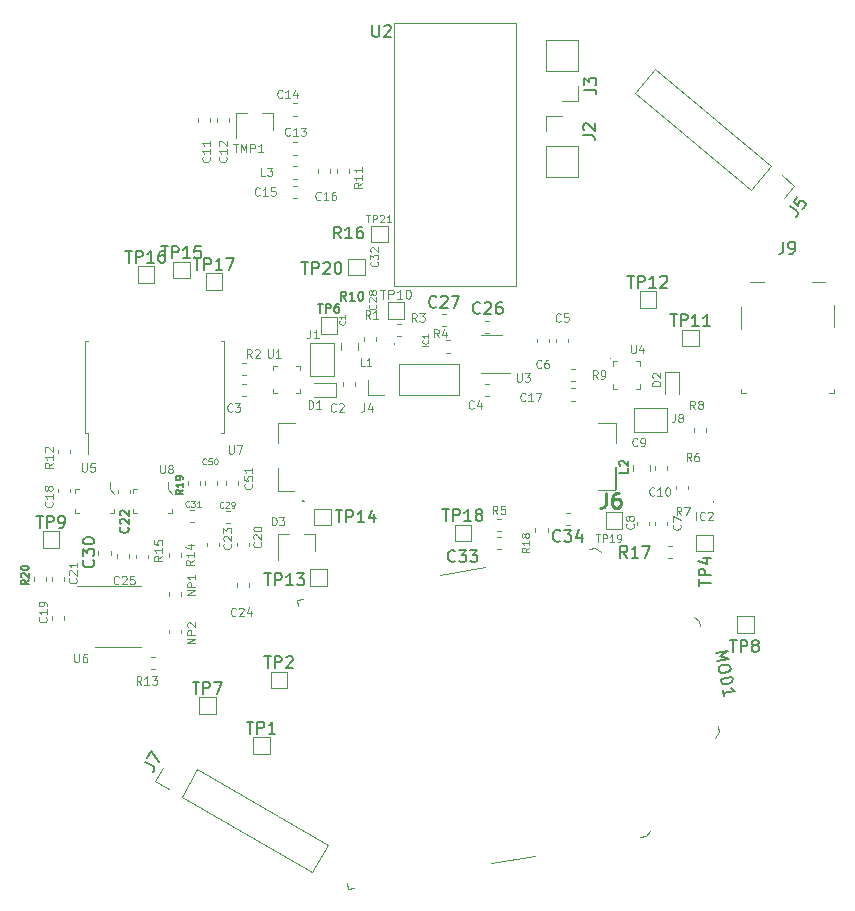
<source format=gbr>
G04 #@! TF.GenerationSoftware,KiCad,Pcbnew,(5.1.4)-1*
G04 #@! TF.CreationDate,2020-01-28T12:58:01-05:00*
G04 #@! TF.ProjectId,MASA-Radio Board,4d415341-2d52-4616-9469-6f20426f6172,rev?*
G04 #@! TF.SameCoordinates,Original*
G04 #@! TF.FileFunction,Legend,Top*
G04 #@! TF.FilePolarity,Positive*
%FSLAX46Y46*%
G04 Gerber Fmt 4.6, Leading zero omitted, Abs format (unit mm)*
G04 Created by KiCad (PCBNEW (5.1.4)-1) date 2020-01-28 12:58:01*
%MOMM*%
%LPD*%
G04 APERTURE LIST*
%ADD10C,0.120000*%
%ADD11C,0.100000*%
%ADD12C,0.200000*%
%ADD13C,0.150000*%
%ADD14C,0.101600*%
%ADD15C,0.127000*%
%ADD16C,0.076200*%
%ADD17C,0.254000*%
G04 APERTURE END LIST*
D10*
X168200000Y-127757422D02*
X168200000Y-128274578D01*
X169620000Y-127757422D02*
X169620000Y-128274578D01*
X144855000Y-117987578D02*
X144855000Y-117470422D01*
X143435000Y-117987578D02*
X143435000Y-117470422D01*
X118490000Y-137582779D02*
X118490000Y-137257221D01*
X117470000Y-137582779D02*
X117470000Y-137257221D01*
X131490000Y-129482779D02*
X131490000Y-129157221D01*
X130470000Y-129482779D02*
X130470000Y-129157221D01*
X171157221Y-135650000D02*
X171482779Y-135650000D01*
X171157221Y-134630000D02*
X171482779Y-134630000D01*
X146000000Y-108890000D02*
X146000000Y-107490000D01*
X147400000Y-108890000D02*
X146000000Y-108890000D01*
X147400000Y-107490000D02*
X147400000Y-108890000D01*
X146000000Y-107490000D02*
X147400000Y-107490000D01*
X144070000Y-111710000D02*
X144070000Y-110310000D01*
X145470000Y-111710000D02*
X144070000Y-111710000D01*
X145470000Y-110310000D02*
X145470000Y-111710000D01*
X144070000Y-110310000D02*
X145470000Y-110310000D01*
X165860000Y-133160000D02*
X165860000Y-131760000D01*
X167260000Y-133160000D02*
X165860000Y-133160000D01*
X167260000Y-131760000D02*
X167260000Y-133160000D01*
X165860000Y-131760000D02*
X167260000Y-131760000D01*
X153080000Y-134200000D02*
X153080000Y-132800000D01*
X154480000Y-134200000D02*
X153080000Y-134200000D01*
X154480000Y-132800000D02*
X154480000Y-134200000D01*
X153080000Y-132800000D02*
X154480000Y-132800000D01*
X132020000Y-112940000D02*
X132020000Y-111540000D01*
X133420000Y-112940000D02*
X132020000Y-112940000D01*
X133420000Y-111540000D02*
X133420000Y-112940000D01*
X132020000Y-111540000D02*
X133420000Y-111540000D01*
X126230000Y-112320000D02*
X126230000Y-110920000D01*
X127630000Y-112320000D02*
X126230000Y-112320000D01*
X127630000Y-110920000D02*
X127630000Y-112320000D01*
X126230000Y-110920000D02*
X127630000Y-110920000D01*
X129270000Y-111940000D02*
X129270000Y-110540000D01*
X130670000Y-111940000D02*
X129270000Y-111940000D01*
X130670000Y-110540000D02*
X130670000Y-111940000D01*
X129270000Y-110540000D02*
X130670000Y-110540000D01*
X141210000Y-132860000D02*
X141210000Y-131460000D01*
X142610000Y-132860000D02*
X141210000Y-132860000D01*
X142610000Y-131460000D02*
X142610000Y-132860000D01*
X141210000Y-131460000D02*
X142610000Y-131460000D01*
X140860000Y-137990000D02*
X140860000Y-136590000D01*
X142260000Y-137990000D02*
X140860000Y-137990000D01*
X142260000Y-136590000D02*
X142260000Y-137990000D01*
X140860000Y-136590000D02*
X142260000Y-136590000D01*
X168730000Y-114440000D02*
X168730000Y-113040000D01*
X170130000Y-114440000D02*
X168730000Y-114440000D01*
X170130000Y-113040000D02*
X170130000Y-114440000D01*
X168730000Y-113040000D02*
X170130000Y-113040000D01*
X172360000Y-117690000D02*
X172360000Y-116290000D01*
X173760000Y-117690000D02*
X172360000Y-117690000D01*
X173760000Y-116290000D02*
X173760000Y-117690000D01*
X172360000Y-116290000D02*
X173760000Y-116290000D01*
X147410000Y-115360000D02*
X147410000Y-113960000D01*
X148810000Y-115360000D02*
X147410000Y-115360000D01*
X148810000Y-113960000D02*
X148810000Y-115360000D01*
X147410000Y-113960000D02*
X148810000Y-113960000D01*
X118210000Y-134760000D02*
X118210000Y-133360000D01*
X119610000Y-134760000D02*
X118210000Y-134760000D01*
X119610000Y-133360000D02*
X119610000Y-134760000D01*
X118210000Y-133360000D02*
X119610000Y-133360000D01*
X176990000Y-141970000D02*
X176990000Y-140570000D01*
X178390000Y-141970000D02*
X176990000Y-141970000D01*
X178390000Y-140570000D02*
X178390000Y-141970000D01*
X176990000Y-140570000D02*
X178390000Y-140570000D01*
X131450000Y-148810000D02*
X131450000Y-147410000D01*
X132850000Y-148810000D02*
X131450000Y-148810000D01*
X132850000Y-147410000D02*
X132850000Y-148810000D01*
X131450000Y-147410000D02*
X132850000Y-147410000D01*
X141730000Y-116670000D02*
X141730000Y-115270000D01*
X143130000Y-116670000D02*
X141730000Y-116670000D01*
X143130000Y-115270000D02*
X143130000Y-116670000D01*
X141730000Y-115270000D02*
X143130000Y-115270000D01*
X173530000Y-135060000D02*
X173530000Y-133660000D01*
X174930000Y-135060000D02*
X173530000Y-135060000D01*
X174930000Y-133660000D02*
X174930000Y-135060000D01*
X173530000Y-133660000D02*
X174930000Y-133660000D01*
X137510000Y-146650000D02*
X137510000Y-145250000D01*
X138910000Y-146650000D02*
X137510000Y-146650000D01*
X138910000Y-145250000D02*
X138910000Y-146650000D01*
X137510000Y-145250000D02*
X138910000Y-145250000D01*
X136030000Y-152190000D02*
X136030000Y-150790000D01*
X137430000Y-152190000D02*
X136030000Y-152190000D01*
X137430000Y-150790000D02*
X137430000Y-152190000D01*
X136030000Y-150790000D02*
X137430000Y-150790000D01*
X156962779Y-133830000D02*
X156637221Y-133830000D01*
X156962779Y-134850000D02*
X156637221Y-134850000D01*
X159920000Y-133087221D02*
X159920000Y-133412779D01*
X160940000Y-133087221D02*
X160940000Y-133412779D01*
X162822779Y-131860000D02*
X162497221Y-131860000D01*
X162822779Y-132880000D02*
X162497221Y-132880000D01*
X130697221Y-132620000D02*
X131022779Y-132620000D01*
X130697221Y-131600000D02*
X131022779Y-131600000D01*
X122920000Y-135027221D02*
X122920000Y-135352779D01*
X123940000Y-135027221D02*
X123940000Y-135352779D01*
X134015279Y-131630000D02*
X133689721Y-131630000D01*
X134015279Y-132650000D02*
X133689721Y-132650000D01*
X124550000Y-129837221D02*
X124550000Y-130162779D01*
X125570000Y-129837221D02*
X125570000Y-130162779D01*
D11*
X177285000Y-121705000D02*
X177710000Y-121705000D01*
X177285000Y-121405000D02*
X177285000Y-121705000D01*
X177285000Y-121405000D02*
X177285000Y-121330000D01*
X185235000Y-121705000D02*
X184735000Y-121705000D01*
X185235000Y-121380000D02*
X185235000Y-121705000D01*
X185235000Y-121380000D02*
X185235000Y-121305000D01*
X185235000Y-116080000D02*
X185235000Y-114205000D01*
X177285000Y-114355000D02*
X177285000Y-116230000D01*
X184410000Y-112255000D02*
X183335000Y-112255000D01*
X179285000Y-112255000D02*
X178060000Y-112255000D01*
D10*
X152312779Y-116010000D02*
X151987221Y-116010000D01*
X152312779Y-114990000D02*
X151987221Y-114990000D01*
X155962779Y-116610000D02*
X155637221Y-116610000D01*
X155962779Y-115590000D02*
X155637221Y-115590000D01*
X170066304Y-94229851D02*
X168356489Y-96267529D01*
X179841031Y-102431821D02*
X170066304Y-94229851D01*
X178131216Y-104469499D02*
X168356489Y-96267529D01*
X179841031Y-102431821D02*
X178131216Y-104469499D01*
X180813908Y-103248161D02*
X181832747Y-104103068D01*
X181832747Y-104103068D02*
X180977839Y-105121908D01*
D11*
X144063280Y-163635411D02*
X143976455Y-163143007D01*
X144063280Y-163635411D02*
X144555683Y-163548587D01*
X139756805Y-139212179D02*
X139843629Y-139704582D01*
X139756805Y-139212179D02*
X140249209Y-139125354D01*
X164967883Y-134766785D02*
X164475479Y-134853609D01*
X164967883Y-134766785D02*
X165431266Y-135091249D01*
X169274358Y-159190017D02*
X169598822Y-158726635D01*
X169274358Y-159190017D02*
X168781954Y-159276842D01*
X173772148Y-140931598D02*
X173308766Y-140607134D01*
X173772148Y-140931598D02*
X173858972Y-141424002D01*
X175439171Y-150385752D02*
X175352347Y-149893348D01*
X175439171Y-150385752D02*
X175114707Y-150849135D01*
X155612210Y-136416443D02*
X151869940Y-137076306D01*
X159918684Y-160839675D02*
X156176415Y-161499538D01*
D10*
X170051000Y-132552221D02*
X170051000Y-132877779D01*
X171071000Y-132552221D02*
X171071000Y-132877779D01*
X139410221Y-102487000D02*
X139735779Y-102487000D01*
X139410221Y-103507000D02*
X139735779Y-103507000D01*
X127345221Y-145036000D02*
X127670779Y-145036000D01*
X127345221Y-144016000D02*
X127670779Y-144016000D01*
X124587000Y-138029000D02*
X121137000Y-138029000D01*
X124587000Y-138029000D02*
X126537000Y-138029000D01*
X124587000Y-143149000D02*
X122637000Y-143149000D01*
X124587000Y-143149000D02*
X126537000Y-143149000D01*
X127129000Y-135671779D02*
X127129000Y-135346221D01*
X126109000Y-135671779D02*
X126109000Y-135346221D01*
X128903000Y-135544779D02*
X128903000Y-135219221D01*
X129923000Y-135544779D02*
X129923000Y-135219221D01*
X120525000Y-126781779D02*
X120525000Y-126456221D01*
X119505000Y-126781779D02*
X119505000Y-126456221D01*
X144120000Y-102707221D02*
X144120000Y-103032779D01*
X143100000Y-102707221D02*
X143100000Y-103032779D01*
X162905221Y-120652000D02*
X163230779Y-120652000D01*
X162905221Y-119632000D02*
X163230779Y-119632000D01*
X173310000Y-124992779D02*
X173310000Y-124667221D01*
X174330000Y-124992779D02*
X174330000Y-124667221D01*
X171829000Y-129504221D02*
X171829000Y-129829779D01*
X172849000Y-129504221D02*
X172849000Y-129829779D01*
X156682221Y-133352000D02*
X157007779Y-133352000D01*
X156682221Y-132332000D02*
X157007779Y-132332000D01*
X152364221Y-118239000D02*
X152689779Y-118239000D01*
X152364221Y-117219000D02*
X152689779Y-117219000D01*
X148498779Y-115822000D02*
X148173221Y-115822000D01*
X148498779Y-116842000D02*
X148173221Y-116842000D01*
X135092221Y-120144000D02*
X135417779Y-120144000D01*
X135092221Y-119124000D02*
X135417779Y-119124000D01*
X146433000Y-117256779D02*
X146433000Y-116931221D01*
X145413000Y-117256779D02*
X145413000Y-116931221D01*
X129923000Y-142021779D02*
X129923000Y-141696221D01*
X128903000Y-142021779D02*
X128903000Y-141696221D01*
X129923000Y-138846779D02*
X129923000Y-138521221D01*
X128903000Y-138846779D02*
X128903000Y-138521221D01*
X134749000Y-129474279D02*
X134749000Y-129148721D01*
X133729000Y-129474279D02*
X133729000Y-129148721D01*
X131951000Y-129148721D02*
X131951000Y-129474279D01*
X132971000Y-129148721D02*
X132971000Y-129474279D01*
X124520000Y-135307221D02*
X124520000Y-135632779D01*
X125540000Y-135307221D02*
X125540000Y-135632779D01*
X135638000Y-138110279D02*
X135638000Y-137784721D01*
X134618000Y-138110279D02*
X134618000Y-137784721D01*
X132078000Y-134655779D02*
X132078000Y-134330221D01*
X133098000Y-134655779D02*
X133098000Y-134330221D01*
X120017000Y-137576779D02*
X120017000Y-137251221D01*
X118997000Y-137576779D02*
X118997000Y-137251221D01*
X134618000Y-134330221D02*
X134618000Y-134655779D01*
X135638000Y-134330221D02*
X135638000Y-134655779D01*
X120017000Y-140878779D02*
X120017000Y-140553221D01*
X118997000Y-140878779D02*
X118997000Y-140553221D01*
X119505000Y-129758221D02*
X119505000Y-130083779D01*
X120525000Y-129758221D02*
X120525000Y-130083779D01*
X163230779Y-121283000D02*
X162905221Y-121283000D01*
X163230779Y-122303000D02*
X162905221Y-122303000D01*
X142510000Y-102697221D02*
X142510000Y-103022779D01*
X141490000Y-102697221D02*
X141490000Y-103022779D01*
X139735779Y-105158000D02*
X139410221Y-105158000D01*
X139735779Y-104138000D02*
X139410221Y-104138000D01*
X139410221Y-97153000D02*
X139735779Y-97153000D01*
X139410221Y-98173000D02*
X139735779Y-98173000D01*
X139410221Y-100455000D02*
X139735779Y-100455000D01*
X139410221Y-101475000D02*
X139735779Y-101475000D01*
X132967000Y-98714779D02*
X132967000Y-98389221D01*
X133987000Y-98714779D02*
X133987000Y-98389221D01*
X131316000Y-98714779D02*
X131316000Y-98389221D01*
X132336000Y-98714779D02*
X132336000Y-98389221D01*
X171071000Y-128178779D02*
X171071000Y-127853221D01*
X170051000Y-128178779D02*
X170051000Y-127853221D01*
X169547000Y-132552221D02*
X169547000Y-132877779D01*
X168527000Y-132552221D02*
X168527000Y-132877779D01*
X161038000Y-117383779D02*
X161038000Y-117058221D01*
X160018000Y-117383779D02*
X160018000Y-117058221D01*
X161669000Y-117058221D02*
X161669000Y-117383779D01*
X162689000Y-117058221D02*
X162689000Y-117383779D01*
X155991779Y-120902000D02*
X155666221Y-120902000D01*
X155991779Y-121922000D02*
X155666221Y-121922000D01*
X135417779Y-120902000D02*
X135092221Y-120902000D01*
X135417779Y-121922000D02*
X135092221Y-121922000D01*
X143635000Y-120741221D02*
X143635000Y-121066779D01*
X144655000Y-120741221D02*
X144655000Y-121066779D01*
X141280000Y-133606000D02*
X141280000Y-135066000D01*
X138120000Y-133606000D02*
X138120000Y-135766000D01*
X138120000Y-133606000D02*
X139050000Y-133606000D01*
X141280000Y-133606000D02*
X140350000Y-133606000D01*
X171072000Y-124952000D02*
X168272000Y-124952000D01*
X168272000Y-124952000D02*
X168272000Y-122952000D01*
X168272000Y-122952000D02*
X171072000Y-122952000D01*
X171072000Y-122952000D02*
X171072000Y-124952000D01*
X140859000Y-120235000D02*
X140859000Y-117435000D01*
X140859000Y-117435000D02*
X142859000Y-117435000D01*
X142859000Y-117435000D02*
X142859000Y-120235000D01*
X142859000Y-120235000D02*
X140859000Y-120235000D01*
X163509000Y-96961000D02*
X162179000Y-96961000D01*
X163509000Y-95631000D02*
X163509000Y-96961000D01*
X163509000Y-94361000D02*
X160849000Y-94361000D01*
X160849000Y-94361000D02*
X160849000Y-91761000D01*
X163509000Y-94361000D02*
X163509000Y-91761000D01*
X163509000Y-91761000D02*
X160849000Y-91761000D01*
D11*
X125858000Y-131810000D02*
X125858000Y-131460000D01*
X126208000Y-131810000D02*
X125858000Y-131810000D01*
X125858000Y-129810000D02*
X126208000Y-129810000D01*
X125858000Y-130160000D02*
X125858000Y-129810000D01*
X129158000Y-131810000D02*
X129158000Y-131460000D01*
X128808000Y-131810000D02*
X129158000Y-131810000D01*
X128808000Y-129760000D02*
X129158000Y-130210000D01*
X128808000Y-129160000D02*
X128808000Y-129760000D01*
X120920000Y-131810000D02*
X120920000Y-131460000D01*
X121270000Y-131810000D02*
X120920000Y-131810000D01*
X120920000Y-129810000D02*
X121270000Y-129810000D01*
X120920000Y-130160000D02*
X120920000Y-129810000D01*
X124220000Y-131810000D02*
X124220000Y-131460000D01*
X123870000Y-131810000D02*
X124220000Y-131810000D01*
X123870000Y-129760000D02*
X124220000Y-130210000D01*
X123870000Y-129160000D02*
X123870000Y-129760000D01*
D10*
X166290000Y-118742000D02*
G75*
G03X166290000Y-118742000I-50000J0D01*
G01*
X166490000Y-119342000D02*
X166490000Y-118992000D01*
X166840000Y-118992000D02*
X166490000Y-118992000D01*
X166490000Y-121292000D02*
X166490000Y-120942000D01*
X166840000Y-121292000D02*
X166490000Y-121292000D01*
X168790000Y-121292000D02*
X168790000Y-120942000D01*
X168440000Y-121292000D02*
X168790000Y-121292000D01*
X168790000Y-118992000D02*
X168790000Y-119342000D01*
X168440000Y-118992000D02*
X168790000Y-118992000D01*
X155310000Y-119974000D02*
X157760000Y-119974000D01*
X157110000Y-116754000D02*
X155310000Y-116754000D01*
X127723186Y-154537814D02*
X128388186Y-153386000D01*
X128875000Y-155202814D02*
X127723186Y-154537814D01*
X129974852Y-155837814D02*
X131304852Y-153534186D01*
X131304852Y-153534186D02*
X142355336Y-159914186D01*
X129974852Y-155837814D02*
X141025336Y-162217814D01*
X141025336Y-162217814D02*
X142355336Y-159914186D01*
X145736000Y-121853000D02*
X145736000Y-120523000D01*
X147066000Y-121853000D02*
X145736000Y-121853000D01*
X148336000Y-121853000D02*
X148336000Y-119193000D01*
X148336000Y-119193000D02*
X153476000Y-119193000D01*
X148336000Y-121853000D02*
X153476000Y-121853000D01*
X153476000Y-121853000D02*
X153476000Y-119193000D01*
X160849000Y-98174500D02*
X162179000Y-98174500D01*
X160849000Y-99504500D02*
X160849000Y-98174500D01*
X160849000Y-100774500D02*
X163509000Y-100774500D01*
X163509000Y-100774500D02*
X163509000Y-103374500D01*
X160849000Y-100774500D02*
X160849000Y-103374500D01*
X160849000Y-103374500D02*
X163509000Y-103374500D01*
D12*
X175025340Y-130896000D02*
G75*
G03X175025340Y-130896000I-13340J0D01*
G01*
D10*
X170850000Y-121731000D02*
X170850000Y-119881000D01*
X172050000Y-121731000D02*
X172050000Y-119881000D01*
X172050000Y-119881000D02*
X170850000Y-119881000D01*
X141159000Y-120812000D02*
X143009000Y-120812000D01*
X141159000Y-122012000D02*
X143009000Y-122012000D01*
X143009000Y-122012000D02*
X143009000Y-120812000D01*
X137724000Y-97919000D02*
X136794000Y-97919000D01*
X134564000Y-97919000D02*
X135494000Y-97919000D01*
X134564000Y-97919000D02*
X134564000Y-100079000D01*
X137724000Y-97919000D02*
X137724000Y-99379000D01*
X121995000Y-125018000D02*
X121995000Y-126833000D01*
X121750000Y-125018000D02*
X121995000Y-125018000D01*
X121750000Y-121158000D02*
X121750000Y-125018000D01*
X121750000Y-117298000D02*
X121995000Y-117298000D01*
X121750000Y-121158000D02*
X121750000Y-117298000D01*
X133520000Y-125018000D02*
X133275000Y-125018000D01*
X133520000Y-121158000D02*
X133520000Y-125018000D01*
X133520000Y-117298000D02*
X133275000Y-117298000D01*
X133520000Y-121158000D02*
X133520000Y-117298000D01*
X147950000Y-112600000D02*
X147950000Y-90300000D01*
X158250000Y-112600000D02*
X147950000Y-112600000D01*
X158250000Y-90300000D02*
X158250000Y-112600000D01*
X147950000Y-90300000D02*
X158250000Y-90300000D01*
X137461000Y-119123000D02*
G75*
G03X137461000Y-119123000I-50000J0D01*
G01*
X137661000Y-119723000D02*
X137661000Y-119373000D01*
X138011000Y-119373000D02*
X137661000Y-119373000D01*
X137661000Y-121673000D02*
X137661000Y-121323000D01*
X138011000Y-121673000D02*
X137661000Y-121673000D01*
X139961000Y-121673000D02*
X139961000Y-121323000D01*
X139611000Y-121673000D02*
X139961000Y-121673000D01*
X139961000Y-119373000D02*
X139961000Y-119723000D01*
X139611000Y-119373000D02*
X139961000Y-119373000D01*
D12*
X147962340Y-117516000D02*
G75*
G03X147962340Y-117516000I-13340J0D01*
G01*
X140300000Y-130829200D02*
G75*
G02X140200000Y-130829200I-50000J0D01*
G01*
X140200000Y-130829200D02*
G75*
G02X140300000Y-130829200I50000J0D01*
G01*
X140300000Y-130829200D02*
G75*
G02X140200000Y-130829200I-50000J0D01*
G01*
D11*
X138100000Y-128029200D02*
X138100000Y-129929200D01*
D12*
X140200000Y-130829200D02*
X140200000Y-130829200D01*
X140300000Y-130829200D02*
X140300000Y-130829200D01*
X140200000Y-130829200D02*
X140200000Y-130829200D01*
D11*
X166690000Y-129889200D02*
X166690000Y-129889200D01*
X165200000Y-129889200D02*
X166690000Y-129889200D01*
X165200000Y-129889200D02*
X165200000Y-129889200D01*
X166690000Y-129889200D02*
X165200000Y-129889200D01*
X166700000Y-129829200D02*
X166700000Y-127929200D01*
X166690000Y-129829200D02*
X166700000Y-129829200D01*
X166690000Y-127929200D02*
X166690000Y-129829200D01*
X166700000Y-127929200D02*
X166690000Y-127929200D01*
X166700000Y-125929200D02*
X166700000Y-124229200D01*
X166700000Y-125929200D02*
X166700000Y-125929200D01*
X166700000Y-124229200D02*
X166700000Y-125929200D01*
X166700000Y-124229200D02*
X166700000Y-124229200D01*
X165200000Y-124169200D02*
X165200000Y-124169200D01*
X166690000Y-124169200D02*
X165200000Y-124169200D01*
X166690000Y-124169200D02*
X166690000Y-124169200D01*
X165200000Y-124169200D02*
X166690000Y-124169200D01*
X138110000Y-124169200D02*
X138110000Y-124169200D01*
X139600000Y-124169200D02*
X138110000Y-124169200D01*
X139600000Y-124169200D02*
X139600000Y-124169200D01*
X138110000Y-124169200D02*
X139600000Y-124169200D01*
X138110000Y-124229200D02*
X138110000Y-125929200D01*
X138110000Y-124229200D02*
X138110000Y-124229200D01*
X138110000Y-125929200D02*
X138110000Y-124229200D01*
X138110000Y-125929200D02*
X138110000Y-125929200D01*
X138100000Y-129929200D02*
X138100000Y-129929200D01*
X139500000Y-129929200D02*
X138100000Y-129929200D01*
X139500000Y-129929200D02*
X139500000Y-129929200D01*
X138100000Y-129929200D02*
X139500000Y-129929200D01*
D13*
X167784714Y-128037000D02*
X167784714Y-128399857D01*
X167022714Y-128399857D01*
X167095285Y-127819285D02*
X167059000Y-127783000D01*
X167022714Y-127710428D01*
X167022714Y-127529000D01*
X167059000Y-127456428D01*
X167095285Y-127420142D01*
X167167857Y-127383857D01*
X167240428Y-127383857D01*
X167349285Y-127420142D01*
X167784714Y-127855571D01*
X167784714Y-127383857D01*
D14*
X145474166Y-119347261D02*
X145171785Y-119347261D01*
X145171785Y-118712261D01*
X146018452Y-119347261D02*
X145655595Y-119347261D01*
X145837023Y-119347261D02*
X145837023Y-118712261D01*
X145776547Y-118802976D01*
X145716071Y-118863452D01*
X145655595Y-118893690D01*
D15*
X117007261Y-137498214D02*
X116704880Y-137709880D01*
X117007261Y-137861071D02*
X116372261Y-137861071D01*
X116372261Y-137619166D01*
X116402500Y-137558690D01*
X116432738Y-137528452D01*
X116493214Y-137498214D01*
X116583928Y-137498214D01*
X116644404Y-137528452D01*
X116674642Y-137558690D01*
X116704880Y-137619166D01*
X116704880Y-137861071D01*
X116432738Y-137256309D02*
X116402500Y-137226071D01*
X116372261Y-137165595D01*
X116372261Y-137014404D01*
X116402500Y-136953928D01*
X116432738Y-136923690D01*
X116493214Y-136893452D01*
X116553690Y-136893452D01*
X116644404Y-136923690D01*
X117007261Y-137286547D01*
X117007261Y-136893452D01*
X116372261Y-136500357D02*
X116372261Y-136439880D01*
X116402500Y-136379404D01*
X116432738Y-136349166D01*
X116493214Y-136318928D01*
X116614166Y-136288690D01*
X116765357Y-136288690D01*
X116886309Y-136318928D01*
X116946785Y-136349166D01*
X116977023Y-136379404D01*
X117007261Y-136439880D01*
X117007261Y-136500357D01*
X116977023Y-136560833D01*
X116946785Y-136591071D01*
X116886309Y-136621309D01*
X116765357Y-136651547D01*
X116614166Y-136651547D01*
X116493214Y-136621309D01*
X116432738Y-136591071D01*
X116402500Y-136560833D01*
X116372261Y-136500357D01*
X130097261Y-129868214D02*
X129794880Y-130079880D01*
X130097261Y-130231071D02*
X129462261Y-130231071D01*
X129462261Y-129989166D01*
X129492500Y-129928690D01*
X129522738Y-129898452D01*
X129583214Y-129868214D01*
X129673928Y-129868214D01*
X129734404Y-129898452D01*
X129764642Y-129928690D01*
X129794880Y-129989166D01*
X129794880Y-130231071D01*
X130097261Y-129263452D02*
X130097261Y-129626309D01*
X130097261Y-129444880D02*
X129462261Y-129444880D01*
X129552976Y-129505357D01*
X129613452Y-129565833D01*
X129643690Y-129626309D01*
X130097261Y-128961071D02*
X130097261Y-128840119D01*
X130067023Y-128779642D01*
X130036785Y-128749404D01*
X129946071Y-128688928D01*
X129825119Y-128658690D01*
X129583214Y-128658690D01*
X129522738Y-128688928D01*
X129492500Y-128719166D01*
X129462261Y-128779642D01*
X129462261Y-128900595D01*
X129492500Y-128961071D01*
X129522738Y-128991309D01*
X129583214Y-129021547D01*
X129734404Y-129021547D01*
X129794880Y-128991309D01*
X129825119Y-128961071D01*
X129855357Y-128900595D01*
X129855357Y-128779642D01*
X129825119Y-128719166D01*
X129794880Y-128688928D01*
X129734404Y-128658690D01*
D13*
X167687142Y-135612380D02*
X167353809Y-135136190D01*
X167115714Y-135612380D02*
X167115714Y-134612380D01*
X167496666Y-134612380D01*
X167591904Y-134660000D01*
X167639523Y-134707619D01*
X167687142Y-134802857D01*
X167687142Y-134945714D01*
X167639523Y-135040952D01*
X167591904Y-135088571D01*
X167496666Y-135136190D01*
X167115714Y-135136190D01*
X168639523Y-135612380D02*
X168068095Y-135612380D01*
X168353809Y-135612380D02*
X168353809Y-134612380D01*
X168258571Y-134755238D01*
X168163333Y-134850476D01*
X168068095Y-134898095D01*
X168972857Y-134612380D02*
X169639523Y-134612380D01*
X169210952Y-135612380D01*
D16*
X145566309Y-106582261D02*
X145929166Y-106582261D01*
X145747738Y-107217261D02*
X145747738Y-106582261D01*
X146140833Y-107217261D02*
X146140833Y-106582261D01*
X146382738Y-106582261D01*
X146443214Y-106612500D01*
X146473452Y-106642738D01*
X146503690Y-106703214D01*
X146503690Y-106793928D01*
X146473452Y-106854404D01*
X146443214Y-106884642D01*
X146382738Y-106914880D01*
X146140833Y-106914880D01*
X146745595Y-106642738D02*
X146775833Y-106612500D01*
X146836309Y-106582261D01*
X146987500Y-106582261D01*
X147047976Y-106612500D01*
X147078214Y-106642738D01*
X147108452Y-106703214D01*
X147108452Y-106763690D01*
X147078214Y-106854404D01*
X146715357Y-107217261D01*
X147108452Y-107217261D01*
X147713214Y-107217261D02*
X147350357Y-107217261D01*
X147531785Y-107217261D02*
X147531785Y-106582261D01*
X147471309Y-106672976D01*
X147410833Y-106733452D01*
X147350357Y-106763690D01*
D13*
X140101904Y-110582380D02*
X140673333Y-110582380D01*
X140387619Y-111582380D02*
X140387619Y-110582380D01*
X141006666Y-111582380D02*
X141006666Y-110582380D01*
X141387619Y-110582380D01*
X141482857Y-110630000D01*
X141530476Y-110677619D01*
X141578095Y-110772857D01*
X141578095Y-110915714D01*
X141530476Y-111010952D01*
X141482857Y-111058571D01*
X141387619Y-111106190D01*
X141006666Y-111106190D01*
X141959047Y-110677619D02*
X142006666Y-110630000D01*
X142101904Y-110582380D01*
X142340000Y-110582380D01*
X142435238Y-110630000D01*
X142482857Y-110677619D01*
X142530476Y-110772857D01*
X142530476Y-110868095D01*
X142482857Y-111010952D01*
X141911428Y-111582380D01*
X142530476Y-111582380D01*
X143149523Y-110582380D02*
X143244761Y-110582380D01*
X143340000Y-110630000D01*
X143387619Y-110677619D01*
X143435238Y-110772857D01*
X143482857Y-110963333D01*
X143482857Y-111201428D01*
X143435238Y-111391904D01*
X143387619Y-111487142D01*
X143340000Y-111534761D01*
X143244761Y-111582380D01*
X143149523Y-111582380D01*
X143054285Y-111534761D01*
X143006666Y-111487142D01*
X142959047Y-111391904D01*
X142911428Y-111201428D01*
X142911428Y-110963333D01*
X142959047Y-110772857D01*
X143006666Y-110677619D01*
X143054285Y-110630000D01*
X143149523Y-110582380D01*
D16*
X165046309Y-133642261D02*
X165409166Y-133642261D01*
X165227738Y-134277261D02*
X165227738Y-133642261D01*
X165620833Y-134277261D02*
X165620833Y-133642261D01*
X165862738Y-133642261D01*
X165923214Y-133672500D01*
X165953452Y-133702738D01*
X165983690Y-133763214D01*
X165983690Y-133853928D01*
X165953452Y-133914404D01*
X165923214Y-133944642D01*
X165862738Y-133974880D01*
X165620833Y-133974880D01*
X166588452Y-134277261D02*
X166225595Y-134277261D01*
X166407023Y-134277261D02*
X166407023Y-133642261D01*
X166346547Y-133732976D01*
X166286071Y-133793452D01*
X166225595Y-133823690D01*
X166890833Y-134277261D02*
X167011785Y-134277261D01*
X167072261Y-134247023D01*
X167102500Y-134216785D01*
X167162976Y-134126071D01*
X167193214Y-134005119D01*
X167193214Y-133763214D01*
X167162976Y-133702738D01*
X167132738Y-133672500D01*
X167072261Y-133642261D01*
X166951309Y-133642261D01*
X166890833Y-133672500D01*
X166860595Y-133702738D01*
X166830357Y-133763214D01*
X166830357Y-133914404D01*
X166860595Y-133974880D01*
X166890833Y-134005119D01*
X166951309Y-134035357D01*
X167072261Y-134035357D01*
X167132738Y-134005119D01*
X167162976Y-133974880D01*
X167193214Y-133914404D01*
D13*
X152041904Y-131504380D02*
X152613333Y-131504380D01*
X152327619Y-132504380D02*
X152327619Y-131504380D01*
X152946666Y-132504380D02*
X152946666Y-131504380D01*
X153327619Y-131504380D01*
X153422857Y-131552000D01*
X153470476Y-131599619D01*
X153518095Y-131694857D01*
X153518095Y-131837714D01*
X153470476Y-131932952D01*
X153422857Y-131980571D01*
X153327619Y-132028190D01*
X152946666Y-132028190D01*
X154470476Y-132504380D02*
X153899047Y-132504380D01*
X154184761Y-132504380D02*
X154184761Y-131504380D01*
X154089523Y-131647238D01*
X153994285Y-131742476D01*
X153899047Y-131790095D01*
X155041904Y-131932952D02*
X154946666Y-131885333D01*
X154899047Y-131837714D01*
X154851428Y-131742476D01*
X154851428Y-131694857D01*
X154899047Y-131599619D01*
X154946666Y-131552000D01*
X155041904Y-131504380D01*
X155232380Y-131504380D01*
X155327619Y-131552000D01*
X155375238Y-131599619D01*
X155422857Y-131694857D01*
X155422857Y-131742476D01*
X155375238Y-131837714D01*
X155327619Y-131885333D01*
X155232380Y-131932952D01*
X155041904Y-131932952D01*
X154946666Y-131980571D01*
X154899047Y-132028190D01*
X154851428Y-132123428D01*
X154851428Y-132313904D01*
X154899047Y-132409142D01*
X154946666Y-132456761D01*
X155041904Y-132504380D01*
X155232380Y-132504380D01*
X155327619Y-132456761D01*
X155375238Y-132409142D01*
X155422857Y-132313904D01*
X155422857Y-132123428D01*
X155375238Y-132028190D01*
X155327619Y-131980571D01*
X155232380Y-131932952D01*
X130981904Y-110244380D02*
X131553333Y-110244380D01*
X131267619Y-111244380D02*
X131267619Y-110244380D01*
X131886666Y-111244380D02*
X131886666Y-110244380D01*
X132267619Y-110244380D01*
X132362857Y-110292000D01*
X132410476Y-110339619D01*
X132458095Y-110434857D01*
X132458095Y-110577714D01*
X132410476Y-110672952D01*
X132362857Y-110720571D01*
X132267619Y-110768190D01*
X131886666Y-110768190D01*
X133410476Y-111244380D02*
X132839047Y-111244380D01*
X133124761Y-111244380D02*
X133124761Y-110244380D01*
X133029523Y-110387238D01*
X132934285Y-110482476D01*
X132839047Y-110530095D01*
X133743809Y-110244380D02*
X134410476Y-110244380D01*
X133981904Y-111244380D01*
X125191904Y-109624380D02*
X125763333Y-109624380D01*
X125477619Y-110624380D02*
X125477619Y-109624380D01*
X126096666Y-110624380D02*
X126096666Y-109624380D01*
X126477619Y-109624380D01*
X126572857Y-109672000D01*
X126620476Y-109719619D01*
X126668095Y-109814857D01*
X126668095Y-109957714D01*
X126620476Y-110052952D01*
X126572857Y-110100571D01*
X126477619Y-110148190D01*
X126096666Y-110148190D01*
X127620476Y-110624380D02*
X127049047Y-110624380D01*
X127334761Y-110624380D02*
X127334761Y-109624380D01*
X127239523Y-109767238D01*
X127144285Y-109862476D01*
X127049047Y-109910095D01*
X128477619Y-109624380D02*
X128287142Y-109624380D01*
X128191904Y-109672000D01*
X128144285Y-109719619D01*
X128049047Y-109862476D01*
X128001428Y-110052952D01*
X128001428Y-110433904D01*
X128049047Y-110529142D01*
X128096666Y-110576761D01*
X128191904Y-110624380D01*
X128382380Y-110624380D01*
X128477619Y-110576761D01*
X128525238Y-110529142D01*
X128572857Y-110433904D01*
X128572857Y-110195809D01*
X128525238Y-110100571D01*
X128477619Y-110052952D01*
X128382380Y-110005333D01*
X128191904Y-110005333D01*
X128096666Y-110052952D01*
X128049047Y-110100571D01*
X128001428Y-110195809D01*
X128231904Y-109244380D02*
X128803333Y-109244380D01*
X128517619Y-110244380D02*
X128517619Y-109244380D01*
X129136666Y-110244380D02*
X129136666Y-109244380D01*
X129517619Y-109244380D01*
X129612857Y-109292000D01*
X129660476Y-109339619D01*
X129708095Y-109434857D01*
X129708095Y-109577714D01*
X129660476Y-109672952D01*
X129612857Y-109720571D01*
X129517619Y-109768190D01*
X129136666Y-109768190D01*
X130660476Y-110244380D02*
X130089047Y-110244380D01*
X130374761Y-110244380D02*
X130374761Y-109244380D01*
X130279523Y-109387238D01*
X130184285Y-109482476D01*
X130089047Y-109530095D01*
X131565238Y-109244380D02*
X131089047Y-109244380D01*
X131041428Y-109720571D01*
X131089047Y-109672952D01*
X131184285Y-109625333D01*
X131422380Y-109625333D01*
X131517619Y-109672952D01*
X131565238Y-109720571D01*
X131612857Y-109815809D01*
X131612857Y-110053904D01*
X131565238Y-110149142D01*
X131517619Y-110196761D01*
X131422380Y-110244380D01*
X131184285Y-110244380D01*
X131089047Y-110196761D01*
X131041428Y-110149142D01*
X143001904Y-131602380D02*
X143573333Y-131602380D01*
X143287619Y-132602380D02*
X143287619Y-131602380D01*
X143906666Y-132602380D02*
X143906666Y-131602380D01*
X144287619Y-131602380D01*
X144382857Y-131650000D01*
X144430476Y-131697619D01*
X144478095Y-131792857D01*
X144478095Y-131935714D01*
X144430476Y-132030952D01*
X144382857Y-132078571D01*
X144287619Y-132126190D01*
X143906666Y-132126190D01*
X145430476Y-132602380D02*
X144859047Y-132602380D01*
X145144761Y-132602380D02*
X145144761Y-131602380D01*
X145049523Y-131745238D01*
X144954285Y-131840476D01*
X144859047Y-131888095D01*
X146287619Y-131935714D02*
X146287619Y-132602380D01*
X146049523Y-131554761D02*
X145811428Y-132269047D01*
X146430476Y-132269047D01*
X136971904Y-136942380D02*
X137543333Y-136942380D01*
X137257619Y-137942380D02*
X137257619Y-136942380D01*
X137876666Y-137942380D02*
X137876666Y-136942380D01*
X138257619Y-136942380D01*
X138352857Y-136990000D01*
X138400476Y-137037619D01*
X138448095Y-137132857D01*
X138448095Y-137275714D01*
X138400476Y-137370952D01*
X138352857Y-137418571D01*
X138257619Y-137466190D01*
X137876666Y-137466190D01*
X139400476Y-137942380D02*
X138829047Y-137942380D01*
X139114761Y-137942380D02*
X139114761Y-136942380D01*
X139019523Y-137085238D01*
X138924285Y-137180476D01*
X138829047Y-137228095D01*
X139733809Y-136942380D02*
X140352857Y-136942380D01*
X140019523Y-137323333D01*
X140162380Y-137323333D01*
X140257619Y-137370952D01*
X140305238Y-137418571D01*
X140352857Y-137513809D01*
X140352857Y-137751904D01*
X140305238Y-137847142D01*
X140257619Y-137894761D01*
X140162380Y-137942380D01*
X139876666Y-137942380D01*
X139781428Y-137894761D01*
X139733809Y-137847142D01*
X167691904Y-111744380D02*
X168263333Y-111744380D01*
X167977619Y-112744380D02*
X167977619Y-111744380D01*
X168596666Y-112744380D02*
X168596666Y-111744380D01*
X168977619Y-111744380D01*
X169072857Y-111792000D01*
X169120476Y-111839619D01*
X169168095Y-111934857D01*
X169168095Y-112077714D01*
X169120476Y-112172952D01*
X169072857Y-112220571D01*
X168977619Y-112268190D01*
X168596666Y-112268190D01*
X170120476Y-112744380D02*
X169549047Y-112744380D01*
X169834761Y-112744380D02*
X169834761Y-111744380D01*
X169739523Y-111887238D01*
X169644285Y-111982476D01*
X169549047Y-112030095D01*
X170501428Y-111839619D02*
X170549047Y-111792000D01*
X170644285Y-111744380D01*
X170882380Y-111744380D01*
X170977619Y-111792000D01*
X171025238Y-111839619D01*
X171072857Y-111934857D01*
X171072857Y-112030095D01*
X171025238Y-112172952D01*
X170453809Y-112744380D01*
X171072857Y-112744380D01*
X171321904Y-114994380D02*
X171893333Y-114994380D01*
X171607619Y-115994380D02*
X171607619Y-114994380D01*
X172226666Y-115994380D02*
X172226666Y-114994380D01*
X172607619Y-114994380D01*
X172702857Y-115042000D01*
X172750476Y-115089619D01*
X172798095Y-115184857D01*
X172798095Y-115327714D01*
X172750476Y-115422952D01*
X172702857Y-115470571D01*
X172607619Y-115518190D01*
X172226666Y-115518190D01*
X173750476Y-115994380D02*
X173179047Y-115994380D01*
X173464761Y-115994380D02*
X173464761Y-114994380D01*
X173369523Y-115137238D01*
X173274285Y-115232476D01*
X173179047Y-115280095D01*
X174702857Y-115994380D02*
X174131428Y-115994380D01*
X174417142Y-115994380D02*
X174417142Y-114994380D01*
X174321904Y-115137238D01*
X174226666Y-115232476D01*
X174131428Y-115280095D01*
D14*
X146775571Y-112912714D02*
X147211000Y-112912714D01*
X146993285Y-113674714D02*
X146993285Y-112912714D01*
X147465000Y-113674714D02*
X147465000Y-112912714D01*
X147755285Y-112912714D01*
X147827857Y-112949000D01*
X147864142Y-112985285D01*
X147900428Y-113057857D01*
X147900428Y-113166714D01*
X147864142Y-113239285D01*
X147827857Y-113275571D01*
X147755285Y-113311857D01*
X147465000Y-113311857D01*
X148626142Y-113674714D02*
X148190714Y-113674714D01*
X148408428Y-113674714D02*
X148408428Y-112912714D01*
X148335857Y-113021571D01*
X148263285Y-113094142D01*
X148190714Y-113130428D01*
X149097857Y-112912714D02*
X149170428Y-112912714D01*
X149243000Y-112949000D01*
X149279285Y-112985285D01*
X149315571Y-113057857D01*
X149351857Y-113203000D01*
X149351857Y-113384428D01*
X149315571Y-113529571D01*
X149279285Y-113602142D01*
X149243000Y-113638428D01*
X149170428Y-113674714D01*
X149097857Y-113674714D01*
X149025285Y-113638428D01*
X148989000Y-113602142D01*
X148952714Y-113529571D01*
X148916428Y-113384428D01*
X148916428Y-113203000D01*
X148952714Y-113057857D01*
X148989000Y-112985285D01*
X149025285Y-112949000D01*
X149097857Y-112912714D01*
D13*
X117648095Y-132064380D02*
X118219523Y-132064380D01*
X117933809Y-133064380D02*
X117933809Y-132064380D01*
X118552857Y-133064380D02*
X118552857Y-132064380D01*
X118933809Y-132064380D01*
X119029047Y-132112000D01*
X119076666Y-132159619D01*
X119124285Y-132254857D01*
X119124285Y-132397714D01*
X119076666Y-132492952D01*
X119029047Y-132540571D01*
X118933809Y-132588190D01*
X118552857Y-132588190D01*
X119600476Y-133064380D02*
X119790952Y-133064380D01*
X119886190Y-133016761D01*
X119933809Y-132969142D01*
X120029047Y-132826285D01*
X120076666Y-132635809D01*
X120076666Y-132254857D01*
X120029047Y-132159619D01*
X119981428Y-132112000D01*
X119886190Y-132064380D01*
X119695714Y-132064380D01*
X119600476Y-132112000D01*
X119552857Y-132159619D01*
X119505238Y-132254857D01*
X119505238Y-132492952D01*
X119552857Y-132588190D01*
X119600476Y-132635809D01*
X119695714Y-132683428D01*
X119886190Y-132683428D01*
X119981428Y-132635809D01*
X120029047Y-132588190D01*
X120076666Y-132492952D01*
X176388095Y-142582380D02*
X176959523Y-142582380D01*
X176673809Y-143582380D02*
X176673809Y-142582380D01*
X177292857Y-143582380D02*
X177292857Y-142582380D01*
X177673809Y-142582380D01*
X177769047Y-142630000D01*
X177816666Y-142677619D01*
X177864285Y-142772857D01*
X177864285Y-142915714D01*
X177816666Y-143010952D01*
X177769047Y-143058571D01*
X177673809Y-143106190D01*
X177292857Y-143106190D01*
X178435714Y-143010952D02*
X178340476Y-142963333D01*
X178292857Y-142915714D01*
X178245238Y-142820476D01*
X178245238Y-142772857D01*
X178292857Y-142677619D01*
X178340476Y-142630000D01*
X178435714Y-142582380D01*
X178626190Y-142582380D01*
X178721428Y-142630000D01*
X178769047Y-142677619D01*
X178816666Y-142772857D01*
X178816666Y-142820476D01*
X178769047Y-142915714D01*
X178721428Y-142963333D01*
X178626190Y-143010952D01*
X178435714Y-143010952D01*
X178340476Y-143058571D01*
X178292857Y-143106190D01*
X178245238Y-143201428D01*
X178245238Y-143391904D01*
X178292857Y-143487142D01*
X178340476Y-143534761D01*
X178435714Y-143582380D01*
X178626190Y-143582380D01*
X178721428Y-143534761D01*
X178769047Y-143487142D01*
X178816666Y-143391904D01*
X178816666Y-143201428D01*
X178769047Y-143106190D01*
X178721428Y-143058571D01*
X178626190Y-143010952D01*
X130888095Y-146114380D02*
X131459523Y-146114380D01*
X131173809Y-147114380D02*
X131173809Y-146114380D01*
X131792857Y-147114380D02*
X131792857Y-146114380D01*
X132173809Y-146114380D01*
X132269047Y-146162000D01*
X132316666Y-146209619D01*
X132364285Y-146304857D01*
X132364285Y-146447714D01*
X132316666Y-146542952D01*
X132269047Y-146590571D01*
X132173809Y-146638190D01*
X131792857Y-146638190D01*
X132697619Y-146114380D02*
X133364285Y-146114380D01*
X132935714Y-147114380D01*
X141468428Y-114104714D02*
X141903857Y-114104714D01*
X141686142Y-114866714D02*
X141686142Y-114104714D01*
X142157857Y-114866714D02*
X142157857Y-114104714D01*
X142448142Y-114104714D01*
X142520714Y-114141000D01*
X142557000Y-114177285D01*
X142593285Y-114249857D01*
X142593285Y-114358714D01*
X142557000Y-114431285D01*
X142520714Y-114467571D01*
X142448142Y-114503857D01*
X142157857Y-114503857D01*
X143246428Y-114104714D02*
X143101285Y-114104714D01*
X143028714Y-114141000D01*
X142992428Y-114177285D01*
X142919857Y-114286142D01*
X142883571Y-114431285D01*
X142883571Y-114721571D01*
X142919857Y-114794142D01*
X142956142Y-114830428D01*
X143028714Y-114866714D01*
X143173857Y-114866714D01*
X143246428Y-114830428D01*
X143282714Y-114794142D01*
X143319000Y-114721571D01*
X143319000Y-114540142D01*
X143282714Y-114467571D01*
X143246428Y-114431285D01*
X143173857Y-114395000D01*
X143028714Y-114395000D01*
X142956142Y-114431285D01*
X142919857Y-114467571D01*
X142883571Y-114540142D01*
X173752380Y-138001904D02*
X173752380Y-137430476D01*
X174752380Y-137716190D02*
X173752380Y-137716190D01*
X174752380Y-137097142D02*
X173752380Y-137097142D01*
X173752380Y-136716190D01*
X173800000Y-136620952D01*
X173847619Y-136573333D01*
X173942857Y-136525714D01*
X174085714Y-136525714D01*
X174180952Y-136573333D01*
X174228571Y-136620952D01*
X174276190Y-136716190D01*
X174276190Y-137097142D01*
X174085714Y-135668571D02*
X174752380Y-135668571D01*
X173704761Y-135906666D02*
X174419047Y-136144761D01*
X174419047Y-135525714D01*
X136948095Y-143954380D02*
X137519523Y-143954380D01*
X137233809Y-144954380D02*
X137233809Y-143954380D01*
X137852857Y-144954380D02*
X137852857Y-143954380D01*
X138233809Y-143954380D01*
X138329047Y-144002000D01*
X138376666Y-144049619D01*
X138424285Y-144144857D01*
X138424285Y-144287714D01*
X138376666Y-144382952D01*
X138329047Y-144430571D01*
X138233809Y-144478190D01*
X137852857Y-144478190D01*
X138805238Y-144049619D02*
X138852857Y-144002000D01*
X138948095Y-143954380D01*
X139186190Y-143954380D01*
X139281428Y-144002000D01*
X139329047Y-144049619D01*
X139376666Y-144144857D01*
X139376666Y-144240095D01*
X139329047Y-144382952D01*
X138757619Y-144954380D01*
X139376666Y-144954380D01*
X135468095Y-149494380D02*
X136039523Y-149494380D01*
X135753809Y-150494380D02*
X135753809Y-149494380D01*
X136372857Y-150494380D02*
X136372857Y-149494380D01*
X136753809Y-149494380D01*
X136849047Y-149542000D01*
X136896666Y-149589619D01*
X136944285Y-149684857D01*
X136944285Y-149827714D01*
X136896666Y-149922952D01*
X136849047Y-149970571D01*
X136753809Y-150018190D01*
X136372857Y-150018190D01*
X137896666Y-150494380D02*
X137325238Y-150494380D01*
X137610952Y-150494380D02*
X137610952Y-149494380D01*
X137515714Y-149637238D01*
X137420476Y-149732476D01*
X137325238Y-149780095D01*
X153097142Y-135877142D02*
X153049523Y-135924761D01*
X152906666Y-135972380D01*
X152811428Y-135972380D01*
X152668571Y-135924761D01*
X152573333Y-135829523D01*
X152525714Y-135734285D01*
X152478095Y-135543809D01*
X152478095Y-135400952D01*
X152525714Y-135210476D01*
X152573333Y-135115238D01*
X152668571Y-135020000D01*
X152811428Y-134972380D01*
X152906666Y-134972380D01*
X153049523Y-135020000D01*
X153097142Y-135067619D01*
X153430476Y-134972380D02*
X154049523Y-134972380D01*
X153716190Y-135353333D01*
X153859047Y-135353333D01*
X153954285Y-135400952D01*
X154001904Y-135448571D01*
X154049523Y-135543809D01*
X154049523Y-135781904D01*
X154001904Y-135877142D01*
X153954285Y-135924761D01*
X153859047Y-135972380D01*
X153573333Y-135972380D01*
X153478095Y-135924761D01*
X153430476Y-135877142D01*
X154382857Y-134972380D02*
X155001904Y-134972380D01*
X154668571Y-135353333D01*
X154811428Y-135353333D01*
X154906666Y-135400952D01*
X154954285Y-135448571D01*
X155001904Y-135543809D01*
X155001904Y-135781904D01*
X154954285Y-135877142D01*
X154906666Y-135924761D01*
X154811428Y-135972380D01*
X154525714Y-135972380D01*
X154430476Y-135924761D01*
X154382857Y-135877142D01*
D14*
X159387261Y-134768214D02*
X159084880Y-134979880D01*
X159387261Y-135131071D02*
X158752261Y-135131071D01*
X158752261Y-134889166D01*
X158782500Y-134828690D01*
X158812738Y-134798452D01*
X158873214Y-134768214D01*
X158963928Y-134768214D01*
X159024404Y-134798452D01*
X159054642Y-134828690D01*
X159084880Y-134889166D01*
X159084880Y-135131071D01*
X159387261Y-134163452D02*
X159387261Y-134526309D01*
X159387261Y-134344880D02*
X158752261Y-134344880D01*
X158842976Y-134405357D01*
X158903452Y-134465833D01*
X158933690Y-134526309D01*
X159024404Y-133800595D02*
X158994166Y-133861071D01*
X158963928Y-133891309D01*
X158903452Y-133921547D01*
X158873214Y-133921547D01*
X158812738Y-133891309D01*
X158782500Y-133861071D01*
X158752261Y-133800595D01*
X158752261Y-133679642D01*
X158782500Y-133619166D01*
X158812738Y-133588928D01*
X158873214Y-133558690D01*
X158903452Y-133558690D01*
X158963928Y-133588928D01*
X158994166Y-133619166D01*
X159024404Y-133679642D01*
X159024404Y-133800595D01*
X159054642Y-133861071D01*
X159084880Y-133891309D01*
X159145357Y-133921547D01*
X159266309Y-133921547D01*
X159326785Y-133891309D01*
X159357023Y-133861071D01*
X159387261Y-133800595D01*
X159387261Y-133679642D01*
X159357023Y-133619166D01*
X159326785Y-133588928D01*
X159266309Y-133558690D01*
X159145357Y-133558690D01*
X159084880Y-133588928D01*
X159054642Y-133619166D01*
X159024404Y-133679642D01*
D13*
X162017142Y-134157142D02*
X161969523Y-134204761D01*
X161826666Y-134252380D01*
X161731428Y-134252380D01*
X161588571Y-134204761D01*
X161493333Y-134109523D01*
X161445714Y-134014285D01*
X161398095Y-133823809D01*
X161398095Y-133680952D01*
X161445714Y-133490476D01*
X161493333Y-133395238D01*
X161588571Y-133300000D01*
X161731428Y-133252380D01*
X161826666Y-133252380D01*
X161969523Y-133300000D01*
X162017142Y-133347619D01*
X162350476Y-133252380D02*
X162969523Y-133252380D01*
X162636190Y-133633333D01*
X162779047Y-133633333D01*
X162874285Y-133680952D01*
X162921904Y-133728571D01*
X162969523Y-133823809D01*
X162969523Y-134061904D01*
X162921904Y-134157142D01*
X162874285Y-134204761D01*
X162779047Y-134252380D01*
X162493333Y-134252380D01*
X162398095Y-134204761D01*
X162350476Y-134157142D01*
X163826666Y-133585714D02*
X163826666Y-134252380D01*
X163588571Y-133204761D02*
X163350476Y-133919047D01*
X163969523Y-133919047D01*
X143437142Y-108582380D02*
X143103809Y-108106190D01*
X142865714Y-108582380D02*
X142865714Y-107582380D01*
X143246666Y-107582380D01*
X143341904Y-107630000D01*
X143389523Y-107677619D01*
X143437142Y-107772857D01*
X143437142Y-107915714D01*
X143389523Y-108010952D01*
X143341904Y-108058571D01*
X143246666Y-108106190D01*
X142865714Y-108106190D01*
X144389523Y-108582380D02*
X143818095Y-108582380D01*
X144103809Y-108582380D02*
X144103809Y-107582380D01*
X144008571Y-107725238D01*
X143913333Y-107820476D01*
X143818095Y-107868095D01*
X145246666Y-107582380D02*
X145056190Y-107582380D01*
X144960952Y-107630000D01*
X144913333Y-107677619D01*
X144818095Y-107820476D01*
X144770476Y-108010952D01*
X144770476Y-108391904D01*
X144818095Y-108487142D01*
X144865714Y-108534761D01*
X144960952Y-108582380D01*
X145151428Y-108582380D01*
X145246666Y-108534761D01*
X145294285Y-108487142D01*
X145341904Y-108391904D01*
X145341904Y-108153809D01*
X145294285Y-108058571D01*
X145246666Y-108010952D01*
X145151428Y-107963333D01*
X144960952Y-107963333D01*
X144865714Y-108010952D01*
X144818095Y-108058571D01*
X144770476Y-108153809D01*
X143890142Y-113844714D02*
X143636142Y-113481857D01*
X143454714Y-113844714D02*
X143454714Y-113082714D01*
X143745000Y-113082714D01*
X143817571Y-113119000D01*
X143853857Y-113155285D01*
X143890142Y-113227857D01*
X143890142Y-113336714D01*
X143853857Y-113409285D01*
X143817571Y-113445571D01*
X143745000Y-113481857D01*
X143454714Y-113481857D01*
X144615857Y-113844714D02*
X144180428Y-113844714D01*
X144398142Y-113844714D02*
X144398142Y-113082714D01*
X144325571Y-113191571D01*
X144253000Y-113264142D01*
X144180428Y-113300428D01*
X145087571Y-113082714D02*
X145160142Y-113082714D01*
X145232714Y-113119000D01*
X145269000Y-113155285D01*
X145305285Y-113227857D01*
X145341571Y-113373000D01*
X145341571Y-113554428D01*
X145305285Y-113699571D01*
X145269000Y-113772142D01*
X145232714Y-113808428D01*
X145160142Y-113844714D01*
X145087571Y-113844714D01*
X145015000Y-113808428D01*
X144978714Y-113772142D01*
X144942428Y-113699571D01*
X144906142Y-113554428D01*
X144906142Y-113373000D01*
X144942428Y-113227857D01*
X144978714Y-113155285D01*
X145015000Y-113119000D01*
X145087571Y-113082714D01*
D14*
X146526785Y-110548214D02*
X146557023Y-110578452D01*
X146587261Y-110669166D01*
X146587261Y-110729642D01*
X146557023Y-110820357D01*
X146496547Y-110880833D01*
X146436071Y-110911071D01*
X146315119Y-110941309D01*
X146224404Y-110941309D01*
X146103452Y-110911071D01*
X146042976Y-110880833D01*
X145982500Y-110820357D01*
X145952261Y-110729642D01*
X145952261Y-110669166D01*
X145982500Y-110578452D01*
X146012738Y-110548214D01*
X145952261Y-110336547D02*
X145952261Y-109943452D01*
X146194166Y-110155119D01*
X146194166Y-110064404D01*
X146224404Y-110003928D01*
X146254642Y-109973690D01*
X146315119Y-109943452D01*
X146466309Y-109943452D01*
X146526785Y-109973690D01*
X146557023Y-110003928D01*
X146587261Y-110064404D01*
X146587261Y-110245833D01*
X146557023Y-110306309D01*
X146526785Y-110336547D01*
X146012738Y-109701547D02*
X145982500Y-109671309D01*
X145952261Y-109610833D01*
X145952261Y-109459642D01*
X145982500Y-109399166D01*
X146012738Y-109368928D01*
X146073214Y-109338690D01*
X146133690Y-109338690D01*
X146224404Y-109368928D01*
X146587261Y-109731785D01*
X146587261Y-109338690D01*
D16*
X146376785Y-114178214D02*
X146407023Y-114208452D01*
X146437261Y-114299166D01*
X146437261Y-114359642D01*
X146407023Y-114450357D01*
X146346547Y-114510833D01*
X146286071Y-114541071D01*
X146165119Y-114571309D01*
X146074404Y-114571309D01*
X145953452Y-114541071D01*
X145892976Y-114510833D01*
X145832500Y-114450357D01*
X145802261Y-114359642D01*
X145802261Y-114299166D01*
X145832500Y-114208452D01*
X145862738Y-114178214D01*
X145862738Y-113936309D02*
X145832500Y-113906071D01*
X145802261Y-113845595D01*
X145802261Y-113694404D01*
X145832500Y-113633928D01*
X145862738Y-113603690D01*
X145923214Y-113573452D01*
X145983690Y-113573452D01*
X146074404Y-113603690D01*
X146437261Y-113966547D01*
X146437261Y-113573452D01*
X146074404Y-113210595D02*
X146044166Y-113271071D01*
X146013928Y-113301309D01*
X145953452Y-113331547D01*
X145923214Y-113331547D01*
X145862738Y-113301309D01*
X145832500Y-113271071D01*
X145802261Y-113210595D01*
X145802261Y-113089642D01*
X145832500Y-113029166D01*
X145862738Y-112998928D01*
X145923214Y-112968690D01*
X145953452Y-112968690D01*
X146013928Y-112998928D01*
X146044166Y-113029166D01*
X146074404Y-113089642D01*
X146074404Y-113210595D01*
X146104642Y-113271071D01*
X146134880Y-113301309D01*
X146195357Y-113331547D01*
X146316309Y-113331547D01*
X146376785Y-113301309D01*
X146407023Y-113271071D01*
X146437261Y-113210595D01*
X146437261Y-113089642D01*
X146407023Y-113029166D01*
X146376785Y-112998928D01*
X146316309Y-112968690D01*
X146195357Y-112968690D01*
X146134880Y-112998928D01*
X146104642Y-113029166D01*
X146074404Y-113089642D01*
X130593428Y-131251428D02*
X130569238Y-131275619D01*
X130496666Y-131299809D01*
X130448285Y-131299809D01*
X130375714Y-131275619D01*
X130327333Y-131227238D01*
X130303142Y-131178857D01*
X130278952Y-131082095D01*
X130278952Y-131009523D01*
X130303142Y-130912761D01*
X130327333Y-130864380D01*
X130375714Y-130816000D01*
X130448285Y-130791809D01*
X130496666Y-130791809D01*
X130569238Y-130816000D01*
X130593428Y-130840190D01*
X130762761Y-130791809D02*
X131077238Y-130791809D01*
X130907904Y-130985333D01*
X130980476Y-130985333D01*
X131028857Y-131009523D01*
X131053047Y-131033714D01*
X131077238Y-131082095D01*
X131077238Y-131203047D01*
X131053047Y-131251428D01*
X131028857Y-131275619D01*
X130980476Y-131299809D01*
X130835333Y-131299809D01*
X130786952Y-131275619D01*
X130762761Y-131251428D01*
X131561047Y-131299809D02*
X131270761Y-131299809D01*
X131415904Y-131299809D02*
X131415904Y-130791809D01*
X131367523Y-130864380D01*
X131319142Y-130912761D01*
X131270761Y-130936952D01*
D13*
X122487142Y-135802857D02*
X122534761Y-135850476D01*
X122582380Y-135993333D01*
X122582380Y-136088571D01*
X122534761Y-136231428D01*
X122439523Y-136326666D01*
X122344285Y-136374285D01*
X122153809Y-136421904D01*
X122010952Y-136421904D01*
X121820476Y-136374285D01*
X121725238Y-136326666D01*
X121630000Y-136231428D01*
X121582380Y-136088571D01*
X121582380Y-135993333D01*
X121630000Y-135850476D01*
X121677619Y-135802857D01*
X121582380Y-135469523D02*
X121582380Y-134850476D01*
X121963333Y-135183809D01*
X121963333Y-135040952D01*
X122010952Y-134945714D01*
X122058571Y-134898095D01*
X122153809Y-134850476D01*
X122391904Y-134850476D01*
X122487142Y-134898095D01*
X122534761Y-134945714D01*
X122582380Y-135040952D01*
X122582380Y-135326666D01*
X122534761Y-135421904D01*
X122487142Y-135469523D01*
X121582380Y-134231428D02*
X121582380Y-134136190D01*
X121630000Y-134040952D01*
X121677619Y-133993333D01*
X121772857Y-133945714D01*
X121963333Y-133898095D01*
X122201428Y-133898095D01*
X122391904Y-133945714D01*
X122487142Y-133993333D01*
X122534761Y-134040952D01*
X122582380Y-134136190D01*
X122582380Y-134231428D01*
X122534761Y-134326666D01*
X122487142Y-134374285D01*
X122391904Y-134421904D01*
X122201428Y-134469523D01*
X121963333Y-134469523D01*
X121772857Y-134421904D01*
X121677619Y-134374285D01*
X121630000Y-134326666D01*
X121582380Y-134231428D01*
D16*
X133483428Y-131341428D02*
X133459238Y-131365619D01*
X133386666Y-131389809D01*
X133338285Y-131389809D01*
X133265714Y-131365619D01*
X133217333Y-131317238D01*
X133193142Y-131268857D01*
X133168952Y-131172095D01*
X133168952Y-131099523D01*
X133193142Y-131002761D01*
X133217333Y-130954380D01*
X133265714Y-130906000D01*
X133338285Y-130881809D01*
X133386666Y-130881809D01*
X133459238Y-130906000D01*
X133483428Y-130930190D01*
X133676952Y-130930190D02*
X133701142Y-130906000D01*
X133749523Y-130881809D01*
X133870476Y-130881809D01*
X133918857Y-130906000D01*
X133943047Y-130930190D01*
X133967238Y-130978571D01*
X133967238Y-131026952D01*
X133943047Y-131099523D01*
X133652761Y-131389809D01*
X133967238Y-131389809D01*
X134209142Y-131389809D02*
X134305904Y-131389809D01*
X134354285Y-131365619D01*
X134378476Y-131341428D01*
X134426857Y-131268857D01*
X134451047Y-131172095D01*
X134451047Y-130978571D01*
X134426857Y-130930190D01*
X134402666Y-130906000D01*
X134354285Y-130881809D01*
X134257523Y-130881809D01*
X134209142Y-130906000D01*
X134184952Y-130930190D01*
X134160761Y-130978571D01*
X134160761Y-131099523D01*
X134184952Y-131147904D01*
X134209142Y-131172095D01*
X134257523Y-131196285D01*
X134354285Y-131196285D01*
X134402666Y-131172095D01*
X134426857Y-131147904D01*
X134451047Y-131099523D01*
D13*
X125422142Y-133039857D02*
X125458428Y-133076142D01*
X125494714Y-133185000D01*
X125494714Y-133257571D01*
X125458428Y-133366428D01*
X125385857Y-133439000D01*
X125313285Y-133475285D01*
X125168142Y-133511571D01*
X125059285Y-133511571D01*
X124914142Y-133475285D01*
X124841571Y-133439000D01*
X124769000Y-133366428D01*
X124732714Y-133257571D01*
X124732714Y-133185000D01*
X124769000Y-133076142D01*
X124805285Y-133039857D01*
X124805285Y-132749571D02*
X124769000Y-132713285D01*
X124732714Y-132640714D01*
X124732714Y-132459285D01*
X124769000Y-132386714D01*
X124805285Y-132350428D01*
X124877857Y-132314142D01*
X124950428Y-132314142D01*
X125059285Y-132350428D01*
X125494714Y-132785857D01*
X125494714Y-132314142D01*
X124805285Y-132023857D02*
X124769000Y-131987571D01*
X124732714Y-131915000D01*
X124732714Y-131733571D01*
X124769000Y-131661000D01*
X124805285Y-131624714D01*
X124877857Y-131588428D01*
X124950428Y-131588428D01*
X125059285Y-131624714D01*
X125494714Y-132060142D01*
X125494714Y-131588428D01*
X180901666Y-108857380D02*
X180901666Y-109571666D01*
X180854047Y-109714523D01*
X180758809Y-109809761D01*
X180615952Y-109857380D01*
X180520714Y-109857380D01*
X181425476Y-109857380D02*
X181615952Y-109857380D01*
X181711190Y-109809761D01*
X181758809Y-109762142D01*
X181854047Y-109619285D01*
X181901666Y-109428809D01*
X181901666Y-109047857D01*
X181854047Y-108952619D01*
X181806428Y-108905000D01*
X181711190Y-108857380D01*
X181520714Y-108857380D01*
X181425476Y-108905000D01*
X181377857Y-108952619D01*
X181330238Y-109047857D01*
X181330238Y-109285952D01*
X181377857Y-109381190D01*
X181425476Y-109428809D01*
X181520714Y-109476428D01*
X181711190Y-109476428D01*
X181806428Y-109428809D01*
X181854047Y-109381190D01*
X181901666Y-109285952D01*
X151527142Y-114347142D02*
X151479523Y-114394761D01*
X151336666Y-114442380D01*
X151241428Y-114442380D01*
X151098571Y-114394761D01*
X151003333Y-114299523D01*
X150955714Y-114204285D01*
X150908095Y-114013809D01*
X150908095Y-113870952D01*
X150955714Y-113680476D01*
X151003333Y-113585238D01*
X151098571Y-113490000D01*
X151241428Y-113442380D01*
X151336666Y-113442380D01*
X151479523Y-113490000D01*
X151527142Y-113537619D01*
X151908095Y-113537619D02*
X151955714Y-113490000D01*
X152050952Y-113442380D01*
X152289047Y-113442380D01*
X152384285Y-113490000D01*
X152431904Y-113537619D01*
X152479523Y-113632857D01*
X152479523Y-113728095D01*
X152431904Y-113870952D01*
X151860476Y-114442380D01*
X152479523Y-114442380D01*
X152812857Y-113442380D02*
X153479523Y-113442380D01*
X153050952Y-114442380D01*
X155237142Y-114877142D02*
X155189523Y-114924761D01*
X155046666Y-114972380D01*
X154951428Y-114972380D01*
X154808571Y-114924761D01*
X154713333Y-114829523D01*
X154665714Y-114734285D01*
X154618095Y-114543809D01*
X154618095Y-114400952D01*
X154665714Y-114210476D01*
X154713333Y-114115238D01*
X154808571Y-114020000D01*
X154951428Y-113972380D01*
X155046666Y-113972380D01*
X155189523Y-114020000D01*
X155237142Y-114067619D01*
X155618095Y-114067619D02*
X155665714Y-114020000D01*
X155760952Y-113972380D01*
X155999047Y-113972380D01*
X156094285Y-114020000D01*
X156141904Y-114067619D01*
X156189523Y-114162857D01*
X156189523Y-114258095D01*
X156141904Y-114400952D01*
X155570476Y-114972380D01*
X156189523Y-114972380D01*
X157046666Y-113972380D02*
X156856190Y-113972380D01*
X156760952Y-114020000D01*
X156713333Y-114067619D01*
X156618095Y-114210476D01*
X156570476Y-114400952D01*
X156570476Y-114781904D01*
X156618095Y-114877142D01*
X156665714Y-114924761D01*
X156760952Y-114972380D01*
X156951428Y-114972380D01*
X157046666Y-114924761D01*
X157094285Y-114877142D01*
X157141904Y-114781904D01*
X157141904Y-114543809D01*
X157094285Y-114448571D01*
X157046666Y-114400952D01*
X156951428Y-114353333D01*
X156760952Y-114353333D01*
X156665714Y-114400952D01*
X156618095Y-114448571D01*
X156570476Y-114543809D01*
X181484236Y-105821345D02*
X182031411Y-106280479D01*
X182110237Y-106408784D01*
X182121976Y-106542959D01*
X182066627Y-106683002D01*
X182005409Y-106755959D01*
X182096415Y-105091779D02*
X181790326Y-105456562D01*
X182124500Y-105799129D01*
X182118631Y-105732042D01*
X182143370Y-105628477D01*
X182296415Y-105446085D01*
X182394111Y-105403737D01*
X182461198Y-105397868D01*
X182564764Y-105422608D01*
X182747155Y-105575652D01*
X182789503Y-105673349D01*
X182795372Y-105740436D01*
X182770633Y-105844001D01*
X182617588Y-106026393D01*
X182519892Y-106068741D01*
X182452805Y-106074610D01*
X175210678Y-143690378D02*
X176195486Y-143516730D01*
X175549935Y-143969033D01*
X176311251Y-144173268D01*
X175326444Y-144346916D01*
X176427017Y-144829807D02*
X176460093Y-145017389D01*
X176429735Y-145119449D01*
X176352482Y-145229778D01*
X176173168Y-145309750D01*
X175844899Y-145367632D01*
X175649048Y-145353813D01*
X175538719Y-145276559D01*
X175475285Y-145191037D01*
X175442209Y-145003455D01*
X175472567Y-144901395D01*
X175549820Y-144791065D01*
X175729134Y-144711094D01*
X176057403Y-144653211D01*
X176253254Y-144667031D01*
X176363583Y-144744284D01*
X176427017Y-144829807D01*
X175591050Y-145847576D02*
X176575858Y-145673928D01*
X176617203Y-145908406D01*
X176595114Y-146057361D01*
X176517861Y-146167690D01*
X176432339Y-146231124D01*
X176253025Y-146311095D01*
X176112338Y-146335902D01*
X175916487Y-146322083D01*
X175814427Y-146291725D01*
X175704098Y-146214472D01*
X175632395Y-146082054D01*
X175591050Y-145847576D01*
X175855657Y-147348235D02*
X175756430Y-146785488D01*
X175806043Y-147066861D02*
X176790851Y-146893213D01*
X176633626Y-146824229D01*
X176523297Y-146746976D01*
X176459864Y-146661453D01*
D10*
X172160000Y-132816666D02*
X172193333Y-132850000D01*
X172226666Y-132950000D01*
X172226666Y-133016666D01*
X172193333Y-133116666D01*
X172126666Y-133183333D01*
X172060000Y-133216666D01*
X171926666Y-133250000D01*
X171826666Y-133250000D01*
X171693333Y-133216666D01*
X171626666Y-133183333D01*
X171560000Y-133116666D01*
X171526666Y-133016666D01*
X171526666Y-132950000D01*
X171560000Y-132850000D01*
X171593333Y-132816666D01*
X171526666Y-132583333D02*
X171526666Y-132116666D01*
X172226666Y-132416666D01*
X137043333Y-103276666D02*
X136710000Y-103276666D01*
X136710000Y-102576666D01*
X137210000Y-102576666D02*
X137643333Y-102576666D01*
X137410000Y-102843333D01*
X137510000Y-102843333D01*
X137576666Y-102876666D01*
X137610000Y-102910000D01*
X137643333Y-102976666D01*
X137643333Y-103143333D01*
X137610000Y-103210000D01*
X137576666Y-103243333D01*
X137510000Y-103276666D01*
X137310000Y-103276666D01*
X137243333Y-103243333D01*
X137210000Y-103210000D01*
X126550000Y-146366666D02*
X126316666Y-146033333D01*
X126150000Y-146366666D02*
X126150000Y-145666666D01*
X126416666Y-145666666D01*
X126483333Y-145700000D01*
X126516666Y-145733333D01*
X126550000Y-145800000D01*
X126550000Y-145900000D01*
X126516666Y-145966666D01*
X126483333Y-146000000D01*
X126416666Y-146033333D01*
X126150000Y-146033333D01*
X127216666Y-146366666D02*
X126816666Y-146366666D01*
X127016666Y-146366666D02*
X127016666Y-145666666D01*
X126950000Y-145766666D01*
X126883333Y-145833333D01*
X126816666Y-145866666D01*
X127450000Y-145666666D02*
X127883333Y-145666666D01*
X127650000Y-145933333D01*
X127750000Y-145933333D01*
X127816666Y-145966666D01*
X127850000Y-146000000D01*
X127883333Y-146066666D01*
X127883333Y-146233333D01*
X127850000Y-146300000D01*
X127816666Y-146333333D01*
X127750000Y-146366666D01*
X127550000Y-146366666D01*
X127483333Y-146333333D01*
X127450000Y-146300000D01*
X120878666Y-143761666D02*
X120878666Y-144328333D01*
X120912000Y-144395000D01*
X120945333Y-144428333D01*
X121012000Y-144461666D01*
X121145333Y-144461666D01*
X121212000Y-144428333D01*
X121245333Y-144395000D01*
X121278666Y-144328333D01*
X121278666Y-143761666D01*
X121912000Y-143761666D02*
X121778666Y-143761666D01*
X121712000Y-143795000D01*
X121678666Y-143828333D01*
X121612000Y-143928333D01*
X121578666Y-144061666D01*
X121578666Y-144328333D01*
X121612000Y-144395000D01*
X121645333Y-144428333D01*
X121712000Y-144461666D01*
X121845333Y-144461666D01*
X121912000Y-144428333D01*
X121945333Y-144395000D01*
X121978666Y-144328333D01*
X121978666Y-144161666D01*
X121945333Y-144095000D01*
X121912000Y-144061666D01*
X121845333Y-144028333D01*
X121712000Y-144028333D01*
X121645333Y-144061666D01*
X121612000Y-144095000D01*
X121578666Y-144161666D01*
X128332666Y-135451000D02*
X127999333Y-135684333D01*
X128332666Y-135851000D02*
X127632666Y-135851000D01*
X127632666Y-135584333D01*
X127666000Y-135517666D01*
X127699333Y-135484333D01*
X127766000Y-135451000D01*
X127866000Y-135451000D01*
X127932666Y-135484333D01*
X127966000Y-135517666D01*
X127999333Y-135584333D01*
X127999333Y-135851000D01*
X128332666Y-134784333D02*
X128332666Y-135184333D01*
X128332666Y-134984333D02*
X127632666Y-134984333D01*
X127732666Y-135051000D01*
X127799333Y-135117666D01*
X127832666Y-135184333D01*
X127632666Y-134151000D02*
X127632666Y-134484333D01*
X127966000Y-134517666D01*
X127932666Y-134484333D01*
X127899333Y-134417666D01*
X127899333Y-134251000D01*
X127932666Y-134184333D01*
X127966000Y-134151000D01*
X128032666Y-134117666D01*
X128199333Y-134117666D01*
X128266000Y-134151000D01*
X128299333Y-134184333D01*
X128332666Y-134251000D01*
X128332666Y-134417666D01*
X128299333Y-134484333D01*
X128266000Y-134517666D01*
X131006666Y-135820000D02*
X130673333Y-136053333D01*
X131006666Y-136220000D02*
X130306666Y-136220000D01*
X130306666Y-135953333D01*
X130340000Y-135886666D01*
X130373333Y-135853333D01*
X130440000Y-135820000D01*
X130540000Y-135820000D01*
X130606666Y-135853333D01*
X130640000Y-135886666D01*
X130673333Y-135953333D01*
X130673333Y-136220000D01*
X131006666Y-135153333D02*
X131006666Y-135553333D01*
X131006666Y-135353333D02*
X130306666Y-135353333D01*
X130406666Y-135420000D01*
X130473333Y-135486666D01*
X130506666Y-135553333D01*
X130540000Y-134553333D02*
X131006666Y-134553333D01*
X130273333Y-134720000D02*
X130773333Y-134886666D01*
X130773333Y-134453333D01*
X119061666Y-127577000D02*
X118728333Y-127810333D01*
X119061666Y-127977000D02*
X118361666Y-127977000D01*
X118361666Y-127710333D01*
X118395000Y-127643666D01*
X118428333Y-127610333D01*
X118495000Y-127577000D01*
X118595000Y-127577000D01*
X118661666Y-127610333D01*
X118695000Y-127643666D01*
X118728333Y-127710333D01*
X118728333Y-127977000D01*
X119061666Y-126910333D02*
X119061666Y-127310333D01*
X119061666Y-127110333D02*
X118361666Y-127110333D01*
X118461666Y-127177000D01*
X118528333Y-127243666D01*
X118561666Y-127310333D01*
X118428333Y-126643666D02*
X118395000Y-126610333D01*
X118361666Y-126543666D01*
X118361666Y-126377000D01*
X118395000Y-126310333D01*
X118428333Y-126277000D01*
X118495000Y-126243666D01*
X118561666Y-126243666D01*
X118661666Y-126277000D01*
X119061666Y-126677000D01*
X119061666Y-126243666D01*
X145260166Y-103891500D02*
X144926833Y-104124833D01*
X145260166Y-104291500D02*
X144560166Y-104291500D01*
X144560166Y-104024833D01*
X144593500Y-103958166D01*
X144626833Y-103924833D01*
X144693500Y-103891500D01*
X144793500Y-103891500D01*
X144860166Y-103924833D01*
X144893500Y-103958166D01*
X144926833Y-104024833D01*
X144926833Y-104291500D01*
X145260166Y-103224833D02*
X145260166Y-103624833D01*
X145260166Y-103424833D02*
X144560166Y-103424833D01*
X144660166Y-103491500D01*
X144726833Y-103558166D01*
X144760166Y-103624833D01*
X145260166Y-102558166D02*
X145260166Y-102958166D01*
X145260166Y-102758166D02*
X144560166Y-102758166D01*
X144660166Y-102824833D01*
X144726833Y-102891500D01*
X144760166Y-102958166D01*
X165173833Y-120458666D02*
X164940500Y-120125333D01*
X164773833Y-120458666D02*
X164773833Y-119758666D01*
X165040500Y-119758666D01*
X165107166Y-119792000D01*
X165140500Y-119825333D01*
X165173833Y-119892000D01*
X165173833Y-119992000D01*
X165140500Y-120058666D01*
X165107166Y-120092000D01*
X165040500Y-120125333D01*
X164773833Y-120125333D01*
X165507166Y-120458666D02*
X165640500Y-120458666D01*
X165707166Y-120425333D01*
X165740500Y-120392000D01*
X165807166Y-120292000D01*
X165840500Y-120158666D01*
X165840500Y-119892000D01*
X165807166Y-119825333D01*
X165773833Y-119792000D01*
X165707166Y-119758666D01*
X165573833Y-119758666D01*
X165507166Y-119792000D01*
X165473833Y-119825333D01*
X165440500Y-119892000D01*
X165440500Y-120058666D01*
X165473833Y-120125333D01*
X165507166Y-120158666D01*
X165573833Y-120192000D01*
X165707166Y-120192000D01*
X165773833Y-120158666D01*
X165807166Y-120125333D01*
X165840500Y-120058666D01*
X173443333Y-123026666D02*
X173210000Y-122693333D01*
X173043333Y-123026666D02*
X173043333Y-122326666D01*
X173310000Y-122326666D01*
X173376666Y-122360000D01*
X173410000Y-122393333D01*
X173443333Y-122460000D01*
X173443333Y-122560000D01*
X173410000Y-122626666D01*
X173376666Y-122660000D01*
X173310000Y-122693333D01*
X173043333Y-122693333D01*
X173843333Y-122626666D02*
X173776666Y-122593333D01*
X173743333Y-122560000D01*
X173710000Y-122493333D01*
X173710000Y-122460000D01*
X173743333Y-122393333D01*
X173776666Y-122360000D01*
X173843333Y-122326666D01*
X173976666Y-122326666D01*
X174043333Y-122360000D01*
X174076666Y-122393333D01*
X174110000Y-122460000D01*
X174110000Y-122493333D01*
X174076666Y-122560000D01*
X174043333Y-122593333D01*
X173976666Y-122626666D01*
X173843333Y-122626666D01*
X173776666Y-122660000D01*
X173743333Y-122693333D01*
X173710000Y-122760000D01*
X173710000Y-122893333D01*
X173743333Y-122960000D01*
X173776666Y-122993333D01*
X173843333Y-123026666D01*
X173976666Y-123026666D01*
X174043333Y-122993333D01*
X174076666Y-122960000D01*
X174110000Y-122893333D01*
X174110000Y-122760000D01*
X174076666Y-122693333D01*
X174043333Y-122660000D01*
X173976666Y-122626666D01*
X172263333Y-132016666D02*
X172030000Y-131683333D01*
X171863333Y-132016666D02*
X171863333Y-131316666D01*
X172130000Y-131316666D01*
X172196666Y-131350000D01*
X172230000Y-131383333D01*
X172263333Y-131450000D01*
X172263333Y-131550000D01*
X172230000Y-131616666D01*
X172196666Y-131650000D01*
X172130000Y-131683333D01*
X171863333Y-131683333D01*
X172496666Y-131316666D02*
X172963333Y-131316666D01*
X172663333Y-132016666D01*
X156703333Y-131906666D02*
X156470000Y-131573333D01*
X156303333Y-131906666D02*
X156303333Y-131206666D01*
X156570000Y-131206666D01*
X156636666Y-131240000D01*
X156670000Y-131273333D01*
X156703333Y-131340000D01*
X156703333Y-131440000D01*
X156670000Y-131506666D01*
X156636666Y-131540000D01*
X156570000Y-131573333D01*
X156303333Y-131573333D01*
X157336666Y-131206666D02*
X157003333Y-131206666D01*
X156970000Y-131540000D01*
X157003333Y-131506666D01*
X157070000Y-131473333D01*
X157236666Y-131473333D01*
X157303333Y-131506666D01*
X157336666Y-131540000D01*
X157370000Y-131606666D01*
X157370000Y-131773333D01*
X157336666Y-131840000D01*
X157303333Y-131873333D01*
X157236666Y-131906666D01*
X157070000Y-131906666D01*
X157003333Y-131873333D01*
X156970000Y-131840000D01*
X151753333Y-116956666D02*
X151520000Y-116623333D01*
X151353333Y-116956666D02*
X151353333Y-116256666D01*
X151620000Y-116256666D01*
X151686666Y-116290000D01*
X151720000Y-116323333D01*
X151753333Y-116390000D01*
X151753333Y-116490000D01*
X151720000Y-116556666D01*
X151686666Y-116590000D01*
X151620000Y-116623333D01*
X151353333Y-116623333D01*
X152353333Y-116490000D02*
X152353333Y-116956666D01*
X152186666Y-116223333D02*
X152020000Y-116723333D01*
X152453333Y-116723333D01*
X149863333Y-115616666D02*
X149630000Y-115283333D01*
X149463333Y-115616666D02*
X149463333Y-114916666D01*
X149730000Y-114916666D01*
X149796666Y-114950000D01*
X149830000Y-114983333D01*
X149863333Y-115050000D01*
X149863333Y-115150000D01*
X149830000Y-115216666D01*
X149796666Y-115250000D01*
X149730000Y-115283333D01*
X149463333Y-115283333D01*
X150096666Y-114916666D02*
X150530000Y-114916666D01*
X150296666Y-115183333D01*
X150396666Y-115183333D01*
X150463333Y-115216666D01*
X150496666Y-115250000D01*
X150530000Y-115316666D01*
X150530000Y-115483333D01*
X150496666Y-115550000D01*
X150463333Y-115583333D01*
X150396666Y-115616666D01*
X150196666Y-115616666D01*
X150130000Y-115583333D01*
X150096666Y-115550000D01*
X135900333Y-118680666D02*
X135667000Y-118347333D01*
X135500333Y-118680666D02*
X135500333Y-117980666D01*
X135767000Y-117980666D01*
X135833666Y-118014000D01*
X135867000Y-118047333D01*
X135900333Y-118114000D01*
X135900333Y-118214000D01*
X135867000Y-118280666D01*
X135833666Y-118314000D01*
X135767000Y-118347333D01*
X135500333Y-118347333D01*
X136167000Y-118047333D02*
X136200333Y-118014000D01*
X136267000Y-117980666D01*
X136433666Y-117980666D01*
X136500333Y-118014000D01*
X136533666Y-118047333D01*
X136567000Y-118114000D01*
X136567000Y-118180666D01*
X136533666Y-118280666D01*
X136133666Y-118680666D01*
X136567000Y-118680666D01*
X145933333Y-115378666D02*
X145700000Y-115045333D01*
X145533333Y-115378666D02*
X145533333Y-114678666D01*
X145800000Y-114678666D01*
X145866666Y-114712000D01*
X145900000Y-114745333D01*
X145933333Y-114812000D01*
X145933333Y-114912000D01*
X145900000Y-114978666D01*
X145866666Y-115012000D01*
X145800000Y-115045333D01*
X145533333Y-115045333D01*
X146600000Y-115378666D02*
X146200000Y-115378666D01*
X146400000Y-115378666D02*
X146400000Y-114678666D01*
X146333333Y-114778666D01*
X146266666Y-114845333D01*
X146200000Y-114878666D01*
X131126666Y-142869333D02*
X130426666Y-142869333D01*
X131126666Y-142469333D01*
X130426666Y-142469333D01*
X131126666Y-142136000D02*
X130426666Y-142136000D01*
X130426666Y-141869333D01*
X130460000Y-141802666D01*
X130493333Y-141769333D01*
X130560000Y-141736000D01*
X130660000Y-141736000D01*
X130726666Y-141769333D01*
X130760000Y-141802666D01*
X130793333Y-141869333D01*
X130793333Y-142136000D01*
X130493333Y-141469333D02*
X130460000Y-141436000D01*
X130426666Y-141369333D01*
X130426666Y-141202666D01*
X130460000Y-141136000D01*
X130493333Y-141102666D01*
X130560000Y-141069333D01*
X130626666Y-141069333D01*
X130726666Y-141102666D01*
X131126666Y-141502666D01*
X131126666Y-141069333D01*
X131104047Y-138742238D02*
X130454047Y-138742238D01*
X131104047Y-138370809D01*
X130454047Y-138370809D01*
X131104047Y-138061285D02*
X130454047Y-138061285D01*
X130454047Y-137813666D01*
X130485000Y-137751761D01*
X130515952Y-137720809D01*
X130577857Y-137689857D01*
X130670714Y-137689857D01*
X130732619Y-137720809D01*
X130763571Y-137751761D01*
X130794523Y-137813666D01*
X130794523Y-138061285D01*
X131104047Y-137070809D02*
X131104047Y-137442238D01*
X131104047Y-137256523D02*
X130454047Y-137256523D01*
X130546904Y-137318428D01*
X130608809Y-137380333D01*
X130639761Y-137442238D01*
X135886000Y-129355000D02*
X135919333Y-129388333D01*
X135952666Y-129488333D01*
X135952666Y-129555000D01*
X135919333Y-129655000D01*
X135852666Y-129721666D01*
X135786000Y-129755000D01*
X135652666Y-129788333D01*
X135552666Y-129788333D01*
X135419333Y-129755000D01*
X135352666Y-129721666D01*
X135286000Y-129655000D01*
X135252666Y-129555000D01*
X135252666Y-129488333D01*
X135286000Y-129388333D01*
X135319333Y-129355000D01*
X135252666Y-128721666D02*
X135252666Y-129055000D01*
X135586000Y-129088333D01*
X135552666Y-129055000D01*
X135519333Y-128988333D01*
X135519333Y-128821666D01*
X135552666Y-128755000D01*
X135586000Y-128721666D01*
X135652666Y-128688333D01*
X135819333Y-128688333D01*
X135886000Y-128721666D01*
X135919333Y-128755000D01*
X135952666Y-128821666D01*
X135952666Y-128988333D01*
X135919333Y-129055000D01*
X135886000Y-129088333D01*
X135952666Y-128021666D02*
X135952666Y-128421666D01*
X135952666Y-128221666D02*
X135252666Y-128221666D01*
X135352666Y-128288333D01*
X135419333Y-128355000D01*
X135452666Y-128421666D01*
D14*
X132033428Y-127661428D02*
X132009238Y-127685619D01*
X131936666Y-127709809D01*
X131888285Y-127709809D01*
X131815714Y-127685619D01*
X131767333Y-127637238D01*
X131743142Y-127588857D01*
X131718952Y-127492095D01*
X131718952Y-127419523D01*
X131743142Y-127322761D01*
X131767333Y-127274380D01*
X131815714Y-127226000D01*
X131888285Y-127201809D01*
X131936666Y-127201809D01*
X132009238Y-127226000D01*
X132033428Y-127250190D01*
X132493047Y-127201809D02*
X132251142Y-127201809D01*
X132226952Y-127443714D01*
X132251142Y-127419523D01*
X132299523Y-127395333D01*
X132420476Y-127395333D01*
X132468857Y-127419523D01*
X132493047Y-127443714D01*
X132517238Y-127492095D01*
X132517238Y-127613047D01*
X132493047Y-127661428D01*
X132468857Y-127685619D01*
X132420476Y-127709809D01*
X132299523Y-127709809D01*
X132251142Y-127685619D01*
X132226952Y-127661428D01*
X132831714Y-127201809D02*
X132880095Y-127201809D01*
X132928476Y-127226000D01*
X132952666Y-127250190D01*
X132976857Y-127298571D01*
X133001047Y-127395333D01*
X133001047Y-127516285D01*
X132976857Y-127613047D01*
X132952666Y-127661428D01*
X132928476Y-127685619D01*
X132880095Y-127709809D01*
X132831714Y-127709809D01*
X132783333Y-127685619D01*
X132759142Y-127661428D01*
X132734952Y-127613047D01*
X132710761Y-127516285D01*
X132710761Y-127395333D01*
X132734952Y-127298571D01*
X132759142Y-127250190D01*
X132783333Y-127226000D01*
X132831714Y-127201809D01*
D10*
X124640000Y-137790000D02*
X124606666Y-137823333D01*
X124506666Y-137856666D01*
X124440000Y-137856666D01*
X124340000Y-137823333D01*
X124273333Y-137756666D01*
X124240000Y-137690000D01*
X124206666Y-137556666D01*
X124206666Y-137456666D01*
X124240000Y-137323333D01*
X124273333Y-137256666D01*
X124340000Y-137190000D01*
X124440000Y-137156666D01*
X124506666Y-137156666D01*
X124606666Y-137190000D01*
X124640000Y-137223333D01*
X124906666Y-137223333D02*
X124940000Y-137190000D01*
X125006666Y-137156666D01*
X125173333Y-137156666D01*
X125240000Y-137190000D01*
X125273333Y-137223333D01*
X125306666Y-137290000D01*
X125306666Y-137356666D01*
X125273333Y-137456666D01*
X124873333Y-137856666D01*
X125306666Y-137856666D01*
X125940000Y-137156666D02*
X125606666Y-137156666D01*
X125573333Y-137490000D01*
X125606666Y-137456666D01*
X125673333Y-137423333D01*
X125840000Y-137423333D01*
X125906666Y-137456666D01*
X125940000Y-137490000D01*
X125973333Y-137556666D01*
X125973333Y-137723333D01*
X125940000Y-137790000D01*
X125906666Y-137823333D01*
X125840000Y-137856666D01*
X125673333Y-137856666D01*
X125606666Y-137823333D01*
X125573333Y-137790000D01*
X134551000Y-140483500D02*
X134517666Y-140516833D01*
X134417666Y-140550166D01*
X134351000Y-140550166D01*
X134251000Y-140516833D01*
X134184333Y-140450166D01*
X134151000Y-140383500D01*
X134117666Y-140250166D01*
X134117666Y-140150166D01*
X134151000Y-140016833D01*
X134184333Y-139950166D01*
X134251000Y-139883500D01*
X134351000Y-139850166D01*
X134417666Y-139850166D01*
X134517666Y-139883500D01*
X134551000Y-139916833D01*
X134817666Y-139916833D02*
X134851000Y-139883500D01*
X134917666Y-139850166D01*
X135084333Y-139850166D01*
X135151000Y-139883500D01*
X135184333Y-139916833D01*
X135217666Y-139983500D01*
X135217666Y-140050166D01*
X135184333Y-140150166D01*
X134784333Y-140550166D01*
X135217666Y-140550166D01*
X135817666Y-140083500D02*
X135817666Y-140550166D01*
X135651000Y-139816833D02*
X135484333Y-140316833D01*
X135917666Y-140316833D01*
X134108000Y-134435000D02*
X134141333Y-134468333D01*
X134174666Y-134568333D01*
X134174666Y-134635000D01*
X134141333Y-134735000D01*
X134074666Y-134801666D01*
X134008000Y-134835000D01*
X133874666Y-134868333D01*
X133774666Y-134868333D01*
X133641333Y-134835000D01*
X133574666Y-134801666D01*
X133508000Y-134735000D01*
X133474666Y-134635000D01*
X133474666Y-134568333D01*
X133508000Y-134468333D01*
X133541333Y-134435000D01*
X133541333Y-134168333D02*
X133508000Y-134135000D01*
X133474666Y-134068333D01*
X133474666Y-133901666D01*
X133508000Y-133835000D01*
X133541333Y-133801666D01*
X133608000Y-133768333D01*
X133674666Y-133768333D01*
X133774666Y-133801666D01*
X134174666Y-134201666D01*
X134174666Y-133768333D01*
X133474666Y-133535000D02*
X133474666Y-133101666D01*
X133741333Y-133335000D01*
X133741333Y-133235000D01*
X133774666Y-133168333D01*
X133808000Y-133135000D01*
X133874666Y-133101666D01*
X134041333Y-133101666D01*
X134108000Y-133135000D01*
X134141333Y-133168333D01*
X134174666Y-133235000D01*
X134174666Y-133435000D01*
X134141333Y-133501666D01*
X134108000Y-133535000D01*
X121020000Y-137350000D02*
X121053333Y-137383333D01*
X121086666Y-137483333D01*
X121086666Y-137550000D01*
X121053333Y-137650000D01*
X120986666Y-137716666D01*
X120920000Y-137750000D01*
X120786666Y-137783333D01*
X120686666Y-137783333D01*
X120553333Y-137750000D01*
X120486666Y-137716666D01*
X120420000Y-137650000D01*
X120386666Y-137550000D01*
X120386666Y-137483333D01*
X120420000Y-137383333D01*
X120453333Y-137350000D01*
X120453333Y-137083333D02*
X120420000Y-137050000D01*
X120386666Y-136983333D01*
X120386666Y-136816666D01*
X120420000Y-136750000D01*
X120453333Y-136716666D01*
X120520000Y-136683333D01*
X120586666Y-136683333D01*
X120686666Y-136716666D01*
X121086666Y-137116666D01*
X121086666Y-136683333D01*
X121086666Y-136016666D02*
X121086666Y-136416666D01*
X121086666Y-136216666D02*
X120386666Y-136216666D01*
X120486666Y-136283333D01*
X120553333Y-136350000D01*
X120586666Y-136416666D01*
X136648000Y-134308000D02*
X136681333Y-134341333D01*
X136714666Y-134441333D01*
X136714666Y-134508000D01*
X136681333Y-134608000D01*
X136614666Y-134674666D01*
X136548000Y-134708000D01*
X136414666Y-134741333D01*
X136314666Y-134741333D01*
X136181333Y-134708000D01*
X136114666Y-134674666D01*
X136048000Y-134608000D01*
X136014666Y-134508000D01*
X136014666Y-134441333D01*
X136048000Y-134341333D01*
X136081333Y-134308000D01*
X136081333Y-134041333D02*
X136048000Y-134008000D01*
X136014666Y-133941333D01*
X136014666Y-133774666D01*
X136048000Y-133708000D01*
X136081333Y-133674666D01*
X136148000Y-133641333D01*
X136214666Y-133641333D01*
X136314666Y-133674666D01*
X136714666Y-134074666D01*
X136714666Y-133641333D01*
X136014666Y-133208000D02*
X136014666Y-133141333D01*
X136048000Y-133074666D01*
X136081333Y-133041333D01*
X136148000Y-133008000D01*
X136281333Y-132974666D01*
X136448000Y-132974666D01*
X136581333Y-133008000D01*
X136648000Y-133041333D01*
X136681333Y-133074666D01*
X136714666Y-133141333D01*
X136714666Y-133208000D01*
X136681333Y-133274666D01*
X136648000Y-133308000D01*
X136581333Y-133341333D01*
X136448000Y-133374666D01*
X136281333Y-133374666D01*
X136148000Y-133341333D01*
X136081333Y-133308000D01*
X136048000Y-133274666D01*
X136014666Y-133208000D01*
X118487000Y-140658000D02*
X118520333Y-140691333D01*
X118553666Y-140791333D01*
X118553666Y-140858000D01*
X118520333Y-140958000D01*
X118453666Y-141024666D01*
X118387000Y-141058000D01*
X118253666Y-141091333D01*
X118153666Y-141091333D01*
X118020333Y-141058000D01*
X117953666Y-141024666D01*
X117887000Y-140958000D01*
X117853666Y-140858000D01*
X117853666Y-140791333D01*
X117887000Y-140691333D01*
X117920333Y-140658000D01*
X118553666Y-139991333D02*
X118553666Y-140391333D01*
X118553666Y-140191333D02*
X117853666Y-140191333D01*
X117953666Y-140258000D01*
X118020333Y-140324666D01*
X118053666Y-140391333D01*
X118553666Y-139658000D02*
X118553666Y-139524666D01*
X118520333Y-139458000D01*
X118487000Y-139424666D01*
X118387000Y-139358000D01*
X118253666Y-139324666D01*
X117987000Y-139324666D01*
X117920333Y-139358000D01*
X117887000Y-139391333D01*
X117853666Y-139458000D01*
X117853666Y-139591333D01*
X117887000Y-139658000D01*
X117920333Y-139691333D01*
X117987000Y-139724666D01*
X118153666Y-139724666D01*
X118220333Y-139691333D01*
X118253666Y-139658000D01*
X118287000Y-139591333D01*
X118287000Y-139458000D01*
X118253666Y-139391333D01*
X118220333Y-139358000D01*
X118153666Y-139324666D01*
X118995000Y-130879000D02*
X119028333Y-130912333D01*
X119061666Y-131012333D01*
X119061666Y-131079000D01*
X119028333Y-131179000D01*
X118961666Y-131245666D01*
X118895000Y-131279000D01*
X118761666Y-131312333D01*
X118661666Y-131312333D01*
X118528333Y-131279000D01*
X118461666Y-131245666D01*
X118395000Y-131179000D01*
X118361666Y-131079000D01*
X118361666Y-131012333D01*
X118395000Y-130912333D01*
X118428333Y-130879000D01*
X119061666Y-130212333D02*
X119061666Y-130612333D01*
X119061666Y-130412333D02*
X118361666Y-130412333D01*
X118461666Y-130479000D01*
X118528333Y-130545666D01*
X118561666Y-130612333D01*
X118661666Y-129812333D02*
X118628333Y-129879000D01*
X118595000Y-129912333D01*
X118528333Y-129945666D01*
X118495000Y-129945666D01*
X118428333Y-129912333D01*
X118395000Y-129879000D01*
X118361666Y-129812333D01*
X118361666Y-129679000D01*
X118395000Y-129612333D01*
X118428333Y-129579000D01*
X118495000Y-129545666D01*
X118528333Y-129545666D01*
X118595000Y-129579000D01*
X118628333Y-129612333D01*
X118661666Y-129679000D01*
X118661666Y-129812333D01*
X118695000Y-129879000D01*
X118728333Y-129912333D01*
X118795000Y-129945666D01*
X118928333Y-129945666D01*
X118995000Y-129912333D01*
X119028333Y-129879000D01*
X119061666Y-129812333D01*
X119061666Y-129679000D01*
X119028333Y-129612333D01*
X118995000Y-129579000D01*
X118928333Y-129545666D01*
X118795000Y-129545666D01*
X118728333Y-129579000D01*
X118695000Y-129612333D01*
X118661666Y-129679000D01*
X159062000Y-122297000D02*
X159028666Y-122330333D01*
X158928666Y-122363666D01*
X158862000Y-122363666D01*
X158762000Y-122330333D01*
X158695333Y-122263666D01*
X158662000Y-122197000D01*
X158628666Y-122063666D01*
X158628666Y-121963666D01*
X158662000Y-121830333D01*
X158695333Y-121763666D01*
X158762000Y-121697000D01*
X158862000Y-121663666D01*
X158928666Y-121663666D01*
X159028666Y-121697000D01*
X159062000Y-121730333D01*
X159728666Y-122363666D02*
X159328666Y-122363666D01*
X159528666Y-122363666D02*
X159528666Y-121663666D01*
X159462000Y-121763666D01*
X159395333Y-121830333D01*
X159328666Y-121863666D01*
X159962000Y-121663666D02*
X160428666Y-121663666D01*
X160128666Y-122363666D01*
X141720000Y-105250000D02*
X141686666Y-105283333D01*
X141586666Y-105316666D01*
X141520000Y-105316666D01*
X141420000Y-105283333D01*
X141353333Y-105216666D01*
X141320000Y-105150000D01*
X141286666Y-105016666D01*
X141286666Y-104916666D01*
X141320000Y-104783333D01*
X141353333Y-104716666D01*
X141420000Y-104650000D01*
X141520000Y-104616666D01*
X141586666Y-104616666D01*
X141686666Y-104650000D01*
X141720000Y-104683333D01*
X142386666Y-105316666D02*
X141986666Y-105316666D01*
X142186666Y-105316666D02*
X142186666Y-104616666D01*
X142120000Y-104716666D01*
X142053333Y-104783333D01*
X141986666Y-104816666D01*
X142986666Y-104616666D02*
X142853333Y-104616666D01*
X142786666Y-104650000D01*
X142753333Y-104683333D01*
X142686666Y-104783333D01*
X142653333Y-104916666D01*
X142653333Y-105183333D01*
X142686666Y-105250000D01*
X142720000Y-105283333D01*
X142786666Y-105316666D01*
X142920000Y-105316666D01*
X142986666Y-105283333D01*
X143020000Y-105250000D01*
X143053333Y-105183333D01*
X143053333Y-105016666D01*
X143020000Y-104950000D01*
X142986666Y-104916666D01*
X142920000Y-104883333D01*
X142786666Y-104883333D01*
X142720000Y-104916666D01*
X142686666Y-104950000D01*
X142653333Y-105016666D01*
X136583000Y-104898000D02*
X136549666Y-104931333D01*
X136449666Y-104964666D01*
X136383000Y-104964666D01*
X136283000Y-104931333D01*
X136216333Y-104864666D01*
X136183000Y-104798000D01*
X136149666Y-104664666D01*
X136149666Y-104564666D01*
X136183000Y-104431333D01*
X136216333Y-104364666D01*
X136283000Y-104298000D01*
X136383000Y-104264666D01*
X136449666Y-104264666D01*
X136549666Y-104298000D01*
X136583000Y-104331333D01*
X137249666Y-104964666D02*
X136849666Y-104964666D01*
X137049666Y-104964666D02*
X137049666Y-104264666D01*
X136983000Y-104364666D01*
X136916333Y-104431333D01*
X136849666Y-104464666D01*
X137883000Y-104264666D02*
X137549666Y-104264666D01*
X137516333Y-104598000D01*
X137549666Y-104564666D01*
X137616333Y-104531333D01*
X137783000Y-104531333D01*
X137849666Y-104564666D01*
X137883000Y-104598000D01*
X137916333Y-104664666D01*
X137916333Y-104831333D01*
X137883000Y-104898000D01*
X137849666Y-104931333D01*
X137783000Y-104964666D01*
X137616333Y-104964666D01*
X137549666Y-104931333D01*
X137516333Y-104898000D01*
X138488000Y-96643000D02*
X138454666Y-96676333D01*
X138354666Y-96709666D01*
X138288000Y-96709666D01*
X138188000Y-96676333D01*
X138121333Y-96609666D01*
X138088000Y-96543000D01*
X138054666Y-96409666D01*
X138054666Y-96309666D01*
X138088000Y-96176333D01*
X138121333Y-96109666D01*
X138188000Y-96043000D01*
X138288000Y-96009666D01*
X138354666Y-96009666D01*
X138454666Y-96043000D01*
X138488000Y-96076333D01*
X139154666Y-96709666D02*
X138754666Y-96709666D01*
X138954666Y-96709666D02*
X138954666Y-96009666D01*
X138888000Y-96109666D01*
X138821333Y-96176333D01*
X138754666Y-96209666D01*
X139754666Y-96243000D02*
X139754666Y-96709666D01*
X139588000Y-95976333D02*
X139421333Y-96476333D01*
X139854666Y-96476333D01*
X139140000Y-99820000D02*
X139106666Y-99853333D01*
X139006666Y-99886666D01*
X138940000Y-99886666D01*
X138840000Y-99853333D01*
X138773333Y-99786666D01*
X138740000Y-99720000D01*
X138706666Y-99586666D01*
X138706666Y-99486666D01*
X138740000Y-99353333D01*
X138773333Y-99286666D01*
X138840000Y-99220000D01*
X138940000Y-99186666D01*
X139006666Y-99186666D01*
X139106666Y-99220000D01*
X139140000Y-99253333D01*
X139806666Y-99886666D02*
X139406666Y-99886666D01*
X139606666Y-99886666D02*
X139606666Y-99186666D01*
X139540000Y-99286666D01*
X139473333Y-99353333D01*
X139406666Y-99386666D01*
X140040000Y-99186666D02*
X140473333Y-99186666D01*
X140240000Y-99453333D01*
X140340000Y-99453333D01*
X140406666Y-99486666D01*
X140440000Y-99520000D01*
X140473333Y-99586666D01*
X140473333Y-99753333D01*
X140440000Y-99820000D01*
X140406666Y-99853333D01*
X140340000Y-99886666D01*
X140140000Y-99886666D01*
X140073333Y-99853333D01*
X140040000Y-99820000D01*
X133727000Y-101669000D02*
X133760333Y-101702333D01*
X133793666Y-101802333D01*
X133793666Y-101869000D01*
X133760333Y-101969000D01*
X133693666Y-102035666D01*
X133627000Y-102069000D01*
X133493666Y-102102333D01*
X133393666Y-102102333D01*
X133260333Y-102069000D01*
X133193666Y-102035666D01*
X133127000Y-101969000D01*
X133093666Y-101869000D01*
X133093666Y-101802333D01*
X133127000Y-101702333D01*
X133160333Y-101669000D01*
X133793666Y-101002333D02*
X133793666Y-101402333D01*
X133793666Y-101202333D02*
X133093666Y-101202333D01*
X133193666Y-101269000D01*
X133260333Y-101335666D01*
X133293666Y-101402333D01*
X133160333Y-100735666D02*
X133127000Y-100702333D01*
X133093666Y-100635666D01*
X133093666Y-100469000D01*
X133127000Y-100402333D01*
X133160333Y-100369000D01*
X133227000Y-100335666D01*
X133293666Y-100335666D01*
X133393666Y-100369000D01*
X133793666Y-100769000D01*
X133793666Y-100335666D01*
X132330000Y-101669000D02*
X132363333Y-101702333D01*
X132396666Y-101802333D01*
X132396666Y-101869000D01*
X132363333Y-101969000D01*
X132296666Y-102035666D01*
X132230000Y-102069000D01*
X132096666Y-102102333D01*
X131996666Y-102102333D01*
X131863333Y-102069000D01*
X131796666Y-102035666D01*
X131730000Y-101969000D01*
X131696666Y-101869000D01*
X131696666Y-101802333D01*
X131730000Y-101702333D01*
X131763333Y-101669000D01*
X132396666Y-101002333D02*
X132396666Y-101402333D01*
X132396666Y-101202333D02*
X131696666Y-101202333D01*
X131796666Y-101269000D01*
X131863333Y-101335666D01*
X131896666Y-101402333D01*
X132396666Y-100335666D02*
X132396666Y-100735666D01*
X132396666Y-100535666D02*
X131696666Y-100535666D01*
X131796666Y-100602333D01*
X131863333Y-100669000D01*
X131896666Y-100735666D01*
X169984000Y-130298000D02*
X169950666Y-130331333D01*
X169850666Y-130364666D01*
X169784000Y-130364666D01*
X169684000Y-130331333D01*
X169617333Y-130264666D01*
X169584000Y-130198000D01*
X169550666Y-130064666D01*
X169550666Y-129964666D01*
X169584000Y-129831333D01*
X169617333Y-129764666D01*
X169684000Y-129698000D01*
X169784000Y-129664666D01*
X169850666Y-129664666D01*
X169950666Y-129698000D01*
X169984000Y-129731333D01*
X170650666Y-130364666D02*
X170250666Y-130364666D01*
X170450666Y-130364666D02*
X170450666Y-129664666D01*
X170384000Y-129764666D01*
X170317333Y-129831333D01*
X170250666Y-129864666D01*
X171084000Y-129664666D02*
X171150666Y-129664666D01*
X171217333Y-129698000D01*
X171250666Y-129731333D01*
X171284000Y-129798000D01*
X171317333Y-129931333D01*
X171317333Y-130098000D01*
X171284000Y-130231333D01*
X171250666Y-130298000D01*
X171217333Y-130331333D01*
X171150666Y-130364666D01*
X171084000Y-130364666D01*
X171017333Y-130331333D01*
X170984000Y-130298000D01*
X170950666Y-130231333D01*
X170917333Y-130098000D01*
X170917333Y-129931333D01*
X170950666Y-129798000D01*
X170984000Y-129731333D01*
X171017333Y-129698000D01*
X171084000Y-129664666D01*
X168210000Y-132736666D02*
X168243333Y-132770000D01*
X168276666Y-132870000D01*
X168276666Y-132936666D01*
X168243333Y-133036666D01*
X168176666Y-133103333D01*
X168110000Y-133136666D01*
X167976666Y-133170000D01*
X167876666Y-133170000D01*
X167743333Y-133136666D01*
X167676666Y-133103333D01*
X167610000Y-133036666D01*
X167576666Y-132936666D01*
X167576666Y-132870000D01*
X167610000Y-132770000D01*
X167643333Y-132736666D01*
X167876666Y-132336666D02*
X167843333Y-132403333D01*
X167810000Y-132436666D01*
X167743333Y-132470000D01*
X167710000Y-132470000D01*
X167643333Y-132436666D01*
X167610000Y-132403333D01*
X167576666Y-132336666D01*
X167576666Y-132203333D01*
X167610000Y-132136666D01*
X167643333Y-132103333D01*
X167710000Y-132070000D01*
X167743333Y-132070000D01*
X167810000Y-132103333D01*
X167843333Y-132136666D01*
X167876666Y-132203333D01*
X167876666Y-132336666D01*
X167910000Y-132403333D01*
X167943333Y-132436666D01*
X168010000Y-132470000D01*
X168143333Y-132470000D01*
X168210000Y-132436666D01*
X168243333Y-132403333D01*
X168276666Y-132336666D01*
X168276666Y-132203333D01*
X168243333Y-132136666D01*
X168210000Y-132103333D01*
X168143333Y-132070000D01*
X168010000Y-132070000D01*
X167943333Y-132103333D01*
X167910000Y-132136666D01*
X167876666Y-132203333D01*
X160411333Y-119503000D02*
X160378000Y-119536333D01*
X160278000Y-119569666D01*
X160211333Y-119569666D01*
X160111333Y-119536333D01*
X160044666Y-119469666D01*
X160011333Y-119403000D01*
X159978000Y-119269666D01*
X159978000Y-119169666D01*
X160011333Y-119036333D01*
X160044666Y-118969666D01*
X160111333Y-118903000D01*
X160211333Y-118869666D01*
X160278000Y-118869666D01*
X160378000Y-118903000D01*
X160411333Y-118936333D01*
X161011333Y-118869666D02*
X160878000Y-118869666D01*
X160811333Y-118903000D01*
X160778000Y-118936333D01*
X160711333Y-119036333D01*
X160678000Y-119169666D01*
X160678000Y-119436333D01*
X160711333Y-119503000D01*
X160744666Y-119536333D01*
X160811333Y-119569666D01*
X160944666Y-119569666D01*
X161011333Y-119536333D01*
X161044666Y-119503000D01*
X161078000Y-119436333D01*
X161078000Y-119269666D01*
X161044666Y-119203000D01*
X161011333Y-119169666D01*
X160944666Y-119136333D01*
X160811333Y-119136333D01*
X160744666Y-119169666D01*
X160711333Y-119203000D01*
X160678000Y-119269666D01*
X162062333Y-115566000D02*
X162029000Y-115599333D01*
X161929000Y-115632666D01*
X161862333Y-115632666D01*
X161762333Y-115599333D01*
X161695666Y-115532666D01*
X161662333Y-115466000D01*
X161629000Y-115332666D01*
X161629000Y-115232666D01*
X161662333Y-115099333D01*
X161695666Y-115032666D01*
X161762333Y-114966000D01*
X161862333Y-114932666D01*
X161929000Y-114932666D01*
X162029000Y-114966000D01*
X162062333Y-114999333D01*
X162695666Y-114932666D02*
X162362333Y-114932666D01*
X162329000Y-115266000D01*
X162362333Y-115232666D01*
X162429000Y-115199333D01*
X162595666Y-115199333D01*
X162662333Y-115232666D01*
X162695666Y-115266000D01*
X162729000Y-115332666D01*
X162729000Y-115499333D01*
X162695666Y-115566000D01*
X162662333Y-115599333D01*
X162595666Y-115632666D01*
X162429000Y-115632666D01*
X162362333Y-115599333D01*
X162329000Y-115566000D01*
X154696333Y-122932000D02*
X154663000Y-122965333D01*
X154563000Y-122998666D01*
X154496333Y-122998666D01*
X154396333Y-122965333D01*
X154329666Y-122898666D01*
X154296333Y-122832000D01*
X154263000Y-122698666D01*
X154263000Y-122598666D01*
X154296333Y-122465333D01*
X154329666Y-122398666D01*
X154396333Y-122332000D01*
X154496333Y-122298666D01*
X154563000Y-122298666D01*
X154663000Y-122332000D01*
X154696333Y-122365333D01*
X155296333Y-122532000D02*
X155296333Y-122998666D01*
X155129666Y-122265333D02*
X154963000Y-122765333D01*
X155396333Y-122765333D01*
X134249333Y-123186000D02*
X134216000Y-123219333D01*
X134116000Y-123252666D01*
X134049333Y-123252666D01*
X133949333Y-123219333D01*
X133882666Y-123152666D01*
X133849333Y-123086000D01*
X133816000Y-122952666D01*
X133816000Y-122852666D01*
X133849333Y-122719333D01*
X133882666Y-122652666D01*
X133949333Y-122586000D01*
X134049333Y-122552666D01*
X134116000Y-122552666D01*
X134216000Y-122586000D01*
X134249333Y-122619333D01*
X134482666Y-122552666D02*
X134916000Y-122552666D01*
X134682666Y-122819333D01*
X134782666Y-122819333D01*
X134849333Y-122852666D01*
X134882666Y-122886000D01*
X134916000Y-122952666D01*
X134916000Y-123119333D01*
X134882666Y-123186000D01*
X134849333Y-123219333D01*
X134782666Y-123252666D01*
X134582666Y-123252666D01*
X134516000Y-123219333D01*
X134482666Y-123186000D01*
X143012333Y-123186000D02*
X142979000Y-123219333D01*
X142879000Y-123252666D01*
X142812333Y-123252666D01*
X142712333Y-123219333D01*
X142645666Y-123152666D01*
X142612333Y-123086000D01*
X142579000Y-122952666D01*
X142579000Y-122852666D01*
X142612333Y-122719333D01*
X142645666Y-122652666D01*
X142712333Y-122586000D01*
X142812333Y-122552666D01*
X142879000Y-122552666D01*
X142979000Y-122586000D01*
X143012333Y-122619333D01*
X143279000Y-122619333D02*
X143312333Y-122586000D01*
X143379000Y-122552666D01*
X143545666Y-122552666D01*
X143612333Y-122586000D01*
X143645666Y-122619333D01*
X143679000Y-122686000D01*
X143679000Y-122752666D01*
X143645666Y-122852666D01*
X143245666Y-123252666D01*
X143679000Y-123252666D01*
X137603333Y-132876666D02*
X137603333Y-132176666D01*
X137770000Y-132176666D01*
X137870000Y-132210000D01*
X137936666Y-132276666D01*
X137970000Y-132343333D01*
X138003333Y-132476666D01*
X138003333Y-132576666D01*
X137970000Y-132710000D01*
X137936666Y-132776666D01*
X137870000Y-132843333D01*
X137770000Y-132876666D01*
X137603333Y-132876666D01*
X138236666Y-132176666D02*
X138670000Y-132176666D01*
X138436666Y-132443333D01*
X138536666Y-132443333D01*
X138603333Y-132476666D01*
X138636666Y-132510000D01*
X138670000Y-132576666D01*
X138670000Y-132743333D01*
X138636666Y-132810000D01*
X138603333Y-132843333D01*
X138536666Y-132876666D01*
X138336666Y-132876666D01*
X138270000Y-132843333D01*
X138236666Y-132810000D01*
X171724666Y-123441666D02*
X171724666Y-123941666D01*
X171691333Y-124041666D01*
X171624666Y-124108333D01*
X171524666Y-124141666D01*
X171458000Y-124141666D01*
X172158000Y-123741666D02*
X172091333Y-123708333D01*
X172058000Y-123675000D01*
X172024666Y-123608333D01*
X172024666Y-123575000D01*
X172058000Y-123508333D01*
X172091333Y-123475000D01*
X172158000Y-123441666D01*
X172291333Y-123441666D01*
X172358000Y-123475000D01*
X172391333Y-123508333D01*
X172424666Y-123575000D01*
X172424666Y-123608333D01*
X172391333Y-123675000D01*
X172358000Y-123708333D01*
X172291333Y-123741666D01*
X172158000Y-123741666D01*
X172091333Y-123775000D01*
X172058000Y-123808333D01*
X172024666Y-123875000D01*
X172024666Y-124008333D01*
X172058000Y-124075000D01*
X172091333Y-124108333D01*
X172158000Y-124141666D01*
X172291333Y-124141666D01*
X172358000Y-124108333D01*
X172391333Y-124075000D01*
X172424666Y-124008333D01*
X172424666Y-123875000D01*
X172391333Y-123808333D01*
X172358000Y-123775000D01*
X172291333Y-123741666D01*
X140863666Y-116329666D02*
X140863666Y-116829666D01*
X140830333Y-116929666D01*
X140763666Y-116996333D01*
X140663666Y-117029666D01*
X140597000Y-117029666D01*
X141563666Y-117029666D02*
X141163666Y-117029666D01*
X141363666Y-117029666D02*
X141363666Y-116329666D01*
X141297000Y-116429666D01*
X141230333Y-116496333D01*
X141163666Y-116529666D01*
D13*
X164062380Y-95983333D02*
X164776666Y-95983333D01*
X164919523Y-96030952D01*
X165014761Y-96126190D01*
X165062380Y-96269047D01*
X165062380Y-96364285D01*
X164062380Y-95602380D02*
X164062380Y-94983333D01*
X164443333Y-95316666D01*
X164443333Y-95173809D01*
X164490952Y-95078571D01*
X164538571Y-95030952D01*
X164633809Y-94983333D01*
X164871904Y-94983333D01*
X164967142Y-95030952D01*
X165014761Y-95078571D01*
X165062380Y-95173809D01*
X165062380Y-95459523D01*
X165014761Y-95554761D01*
X164967142Y-95602380D01*
D10*
X128117666Y-127759666D02*
X128117666Y-128326333D01*
X128151000Y-128393000D01*
X128184333Y-128426333D01*
X128251000Y-128459666D01*
X128384333Y-128459666D01*
X128451000Y-128426333D01*
X128484333Y-128393000D01*
X128517666Y-128326333D01*
X128517666Y-127759666D01*
X128951000Y-128059666D02*
X128884333Y-128026333D01*
X128851000Y-127993000D01*
X128817666Y-127926333D01*
X128817666Y-127893000D01*
X128851000Y-127826333D01*
X128884333Y-127793000D01*
X128951000Y-127759666D01*
X129084333Y-127759666D01*
X129151000Y-127793000D01*
X129184333Y-127826333D01*
X129217666Y-127893000D01*
X129217666Y-127926333D01*
X129184333Y-127993000D01*
X129151000Y-128026333D01*
X129084333Y-128059666D01*
X128951000Y-128059666D01*
X128884333Y-128093000D01*
X128851000Y-128126333D01*
X128817666Y-128193000D01*
X128817666Y-128326333D01*
X128851000Y-128393000D01*
X128884333Y-128426333D01*
X128951000Y-128459666D01*
X129084333Y-128459666D01*
X129151000Y-128426333D01*
X129184333Y-128393000D01*
X129217666Y-128326333D01*
X129217666Y-128193000D01*
X129184333Y-128126333D01*
X129151000Y-128093000D01*
X129084333Y-128059666D01*
X121528666Y-127632666D02*
X121528666Y-128199333D01*
X121562000Y-128266000D01*
X121595333Y-128299333D01*
X121662000Y-128332666D01*
X121795333Y-128332666D01*
X121862000Y-128299333D01*
X121895333Y-128266000D01*
X121928666Y-128199333D01*
X121928666Y-127632666D01*
X122595333Y-127632666D02*
X122262000Y-127632666D01*
X122228666Y-127966000D01*
X122262000Y-127932666D01*
X122328666Y-127899333D01*
X122495333Y-127899333D01*
X122562000Y-127932666D01*
X122595333Y-127966000D01*
X122628666Y-128032666D01*
X122628666Y-128199333D01*
X122595333Y-128266000D01*
X122562000Y-128299333D01*
X122495333Y-128332666D01*
X122328666Y-128332666D01*
X122262000Y-128299333D01*
X122228666Y-128266000D01*
X167995666Y-117599666D02*
X167995666Y-118166333D01*
X168029000Y-118233000D01*
X168062333Y-118266333D01*
X168129000Y-118299666D01*
X168262333Y-118299666D01*
X168329000Y-118266333D01*
X168362333Y-118233000D01*
X168395666Y-118166333D01*
X168395666Y-117599666D01*
X169029000Y-117833000D02*
X169029000Y-118299666D01*
X168862333Y-117566333D02*
X168695666Y-118066333D01*
X169129000Y-118066333D01*
X158343666Y-120012666D02*
X158343666Y-120579333D01*
X158377000Y-120646000D01*
X158410333Y-120679333D01*
X158477000Y-120712666D01*
X158610333Y-120712666D01*
X158677000Y-120679333D01*
X158710333Y-120646000D01*
X158743666Y-120579333D01*
X158743666Y-120012666D01*
X159010333Y-120012666D02*
X159443666Y-120012666D01*
X159210333Y-120279333D01*
X159310333Y-120279333D01*
X159377000Y-120312666D01*
X159410333Y-120346000D01*
X159443666Y-120412666D01*
X159443666Y-120579333D01*
X159410333Y-120646000D01*
X159377000Y-120679333D01*
X159310333Y-120712666D01*
X159110333Y-120712666D01*
X159043666Y-120679333D01*
X159010333Y-120646000D01*
X173113333Y-127446666D02*
X172880000Y-127113333D01*
X172713333Y-127446666D02*
X172713333Y-126746666D01*
X172980000Y-126746666D01*
X173046666Y-126780000D01*
X173080000Y-126813333D01*
X173113333Y-126880000D01*
X173113333Y-126980000D01*
X173080000Y-127046666D01*
X173046666Y-127080000D01*
X172980000Y-127113333D01*
X172713333Y-127113333D01*
X173713333Y-126746666D02*
X173580000Y-126746666D01*
X173513333Y-126780000D01*
X173480000Y-126813333D01*
X173413333Y-126913333D01*
X173380000Y-127046666D01*
X173380000Y-127313333D01*
X173413333Y-127380000D01*
X173446666Y-127413333D01*
X173513333Y-127446666D01*
X173646666Y-127446666D01*
X173713333Y-127413333D01*
X173746666Y-127380000D01*
X173780000Y-127313333D01*
X173780000Y-127146666D01*
X173746666Y-127080000D01*
X173713333Y-127046666D01*
X173646666Y-127013333D01*
X173513333Y-127013333D01*
X173446666Y-127046666D01*
X173413333Y-127080000D01*
X173380000Y-127146666D01*
D13*
X126881242Y-152900865D02*
X127499831Y-153258008D01*
X127599740Y-153370676D01*
X127634599Y-153500774D01*
X127604410Y-153648301D01*
X127556791Y-153730780D01*
X127071718Y-152570951D02*
X127405051Y-151993600D01*
X128056791Y-152864754D01*
D10*
X145435666Y-122552666D02*
X145435666Y-123052666D01*
X145402333Y-123152666D01*
X145335666Y-123219333D01*
X145235666Y-123252666D01*
X145169000Y-123252666D01*
X146069000Y-122786000D02*
X146069000Y-123252666D01*
X145902333Y-122519333D02*
X145735666Y-123019333D01*
X146169000Y-123019333D01*
D13*
X163952380Y-99843333D02*
X164666666Y-99843333D01*
X164809523Y-99890952D01*
X164904761Y-99986190D01*
X164952380Y-100129047D01*
X164952380Y-100224285D01*
X164047619Y-99414761D02*
X164000000Y-99367142D01*
X163952380Y-99271904D01*
X163952380Y-99033809D01*
X164000000Y-98938571D01*
X164047619Y-98890952D01*
X164142857Y-98843333D01*
X164238095Y-98843333D01*
X164380952Y-98890952D01*
X164952380Y-99462380D01*
X164952380Y-98843333D01*
D10*
X173526666Y-132426666D02*
X173526666Y-131726666D01*
X174260000Y-132360000D02*
X174226666Y-132393333D01*
X174126666Y-132426666D01*
X174060000Y-132426666D01*
X173960000Y-132393333D01*
X173893333Y-132326666D01*
X173860000Y-132260000D01*
X173826666Y-132126666D01*
X173826666Y-132026666D01*
X173860000Y-131893333D01*
X173893333Y-131826666D01*
X173960000Y-131760000D01*
X174060000Y-131726666D01*
X174126666Y-131726666D01*
X174226666Y-131760000D01*
X174260000Y-131793333D01*
X174526666Y-131793333D02*
X174560000Y-131760000D01*
X174626666Y-131726666D01*
X174793333Y-131726666D01*
X174860000Y-131760000D01*
X174893333Y-131793333D01*
X174926666Y-131860000D01*
X174926666Y-131926666D01*
X174893333Y-132026666D01*
X174493333Y-132426666D01*
X174926666Y-132426666D01*
X170496666Y-121039666D02*
X169796666Y-121039666D01*
X169796666Y-120873000D01*
X169830000Y-120773000D01*
X169896666Y-120706333D01*
X169963333Y-120673000D01*
X170096666Y-120639666D01*
X170196666Y-120639666D01*
X170330000Y-120673000D01*
X170396666Y-120706333D01*
X170463333Y-120773000D01*
X170496666Y-120873000D01*
X170496666Y-121039666D01*
X169863333Y-120373000D02*
X169830000Y-120339666D01*
X169796666Y-120273000D01*
X169796666Y-120106333D01*
X169830000Y-120039666D01*
X169863333Y-120006333D01*
X169930000Y-119973000D01*
X169996666Y-119973000D01*
X170096666Y-120006333D01*
X170496666Y-120406333D01*
X170496666Y-119973000D01*
X140707333Y-122998666D02*
X140707333Y-122298666D01*
X140874000Y-122298666D01*
X140974000Y-122332000D01*
X141040666Y-122398666D01*
X141074000Y-122465333D01*
X141107333Y-122598666D01*
X141107333Y-122698666D01*
X141074000Y-122832000D01*
X141040666Y-122898666D01*
X140974000Y-122965333D01*
X140874000Y-122998666D01*
X140707333Y-122998666D01*
X141774000Y-122998666D02*
X141374000Y-122998666D01*
X141574000Y-122998666D02*
X141574000Y-122298666D01*
X141507333Y-122398666D01*
X141440666Y-122465333D01*
X141374000Y-122498666D01*
X168539333Y-126107000D02*
X168506000Y-126140333D01*
X168406000Y-126173666D01*
X168339333Y-126173666D01*
X168239333Y-126140333D01*
X168172666Y-126073666D01*
X168139333Y-126007000D01*
X168106000Y-125873666D01*
X168106000Y-125773666D01*
X168139333Y-125640333D01*
X168172666Y-125573666D01*
X168239333Y-125507000D01*
X168339333Y-125473666D01*
X168406000Y-125473666D01*
X168506000Y-125507000D01*
X168539333Y-125540333D01*
X168872666Y-126173666D02*
X169006000Y-126173666D01*
X169072666Y-126140333D01*
X169106000Y-126107000D01*
X169172666Y-126007000D01*
X169206000Y-125873666D01*
X169206000Y-125607000D01*
X169172666Y-125540333D01*
X169139333Y-125507000D01*
X169072666Y-125473666D01*
X168939333Y-125473666D01*
X168872666Y-125507000D01*
X168839333Y-125540333D01*
X168806000Y-125607000D01*
X168806000Y-125773666D01*
X168839333Y-125840333D01*
X168872666Y-125873666D01*
X168939333Y-125907000D01*
X169072666Y-125907000D01*
X169139333Y-125873666D01*
X169172666Y-125840333D01*
X169206000Y-125773666D01*
D16*
X143751428Y-115554666D02*
X143775619Y-115578857D01*
X143799809Y-115651428D01*
X143799809Y-115699809D01*
X143775619Y-115772380D01*
X143727238Y-115820761D01*
X143678857Y-115844952D01*
X143582095Y-115869142D01*
X143509523Y-115869142D01*
X143412761Y-115844952D01*
X143364380Y-115820761D01*
X143316000Y-115772380D01*
X143291809Y-115699809D01*
X143291809Y-115651428D01*
X143316000Y-115578857D01*
X143340190Y-115554666D01*
X143799809Y-115070857D02*
X143799809Y-115361142D01*
X143799809Y-115216000D02*
X143291809Y-115216000D01*
X143364380Y-115264380D01*
X143412761Y-115312761D01*
X143436952Y-115361142D01*
D10*
X134352666Y-100581666D02*
X134752666Y-100581666D01*
X134552666Y-101281666D02*
X134552666Y-100581666D01*
X134986000Y-101281666D02*
X134986000Y-100581666D01*
X135219333Y-101081666D01*
X135452666Y-100581666D01*
X135452666Y-101281666D01*
X135786000Y-101281666D02*
X135786000Y-100581666D01*
X136052666Y-100581666D01*
X136119333Y-100615000D01*
X136152666Y-100648333D01*
X136186000Y-100715000D01*
X136186000Y-100815000D01*
X136152666Y-100881666D01*
X136119333Y-100915000D01*
X136052666Y-100948333D01*
X135786000Y-100948333D01*
X136852666Y-101281666D02*
X136452666Y-101281666D01*
X136652666Y-101281666D02*
X136652666Y-100581666D01*
X136586000Y-100681666D01*
X136519333Y-100748333D01*
X136452666Y-100781666D01*
X133959666Y-126108666D02*
X133959666Y-126675333D01*
X133993000Y-126742000D01*
X134026333Y-126775333D01*
X134093000Y-126808666D01*
X134226333Y-126808666D01*
X134293000Y-126775333D01*
X134326333Y-126742000D01*
X134359666Y-126675333D01*
X134359666Y-126108666D01*
X134626333Y-126108666D02*
X135093000Y-126108666D01*
X134793000Y-126808666D01*
D13*
X146113595Y-90511380D02*
X146113595Y-91320904D01*
X146161214Y-91416142D01*
X146208833Y-91463761D01*
X146304071Y-91511380D01*
X146494547Y-91511380D01*
X146589785Y-91463761D01*
X146637404Y-91416142D01*
X146685023Y-91320904D01*
X146685023Y-90511380D01*
X147113595Y-90606619D02*
X147161214Y-90559000D01*
X147256452Y-90511380D01*
X147494547Y-90511380D01*
X147589785Y-90559000D01*
X147637404Y-90606619D01*
X147685023Y-90701857D01*
X147685023Y-90797095D01*
X147637404Y-90939952D01*
X147065976Y-91511380D01*
X147685023Y-91511380D01*
D10*
X137261666Y-117980666D02*
X137261666Y-118547333D01*
X137295000Y-118614000D01*
X137328333Y-118647333D01*
X137395000Y-118680666D01*
X137528333Y-118680666D01*
X137595000Y-118647333D01*
X137628333Y-118614000D01*
X137661666Y-118547333D01*
X137661666Y-117980666D01*
X138361666Y-118680666D02*
X137961666Y-118680666D01*
X138161666Y-118680666D02*
X138161666Y-117980666D01*
X138095000Y-118080666D01*
X138028333Y-118147333D01*
X137961666Y-118180666D01*
D11*
X150848190Y-117709095D02*
X150348190Y-117709095D01*
X150800571Y-117185285D02*
X150824380Y-117209095D01*
X150848190Y-117280523D01*
X150848190Y-117328142D01*
X150824380Y-117399571D01*
X150776761Y-117447190D01*
X150729142Y-117471000D01*
X150633904Y-117494809D01*
X150562476Y-117494809D01*
X150467238Y-117471000D01*
X150419619Y-117447190D01*
X150372000Y-117399571D01*
X150348190Y-117328142D01*
X150348190Y-117280523D01*
X150372000Y-117209095D01*
X150395809Y-117185285D01*
X150848190Y-116709095D02*
X150848190Y-116994809D01*
X150848190Y-116851952D02*
X150348190Y-116851952D01*
X150419619Y-116899571D01*
X150467238Y-116947190D01*
X150491047Y-116994809D01*
D17*
X165866666Y-130114523D02*
X165866666Y-131021666D01*
X165806190Y-131203095D01*
X165685238Y-131324047D01*
X165503809Y-131384523D01*
X165382857Y-131384523D01*
X167015714Y-130114523D02*
X166773809Y-130114523D01*
X166652857Y-130175000D01*
X166592380Y-130235476D01*
X166471428Y-130416904D01*
X166410952Y-130658809D01*
X166410952Y-131142619D01*
X166471428Y-131263571D01*
X166531904Y-131324047D01*
X166652857Y-131384523D01*
X166894761Y-131384523D01*
X167015714Y-131324047D01*
X167076190Y-131263571D01*
X167136666Y-131142619D01*
X167136666Y-130840238D01*
X167076190Y-130719285D01*
X167015714Y-130658809D01*
X166894761Y-130598333D01*
X166652857Y-130598333D01*
X166531904Y-130658809D01*
X166471428Y-130719285D01*
X166410952Y-130840238D01*
M02*

</source>
